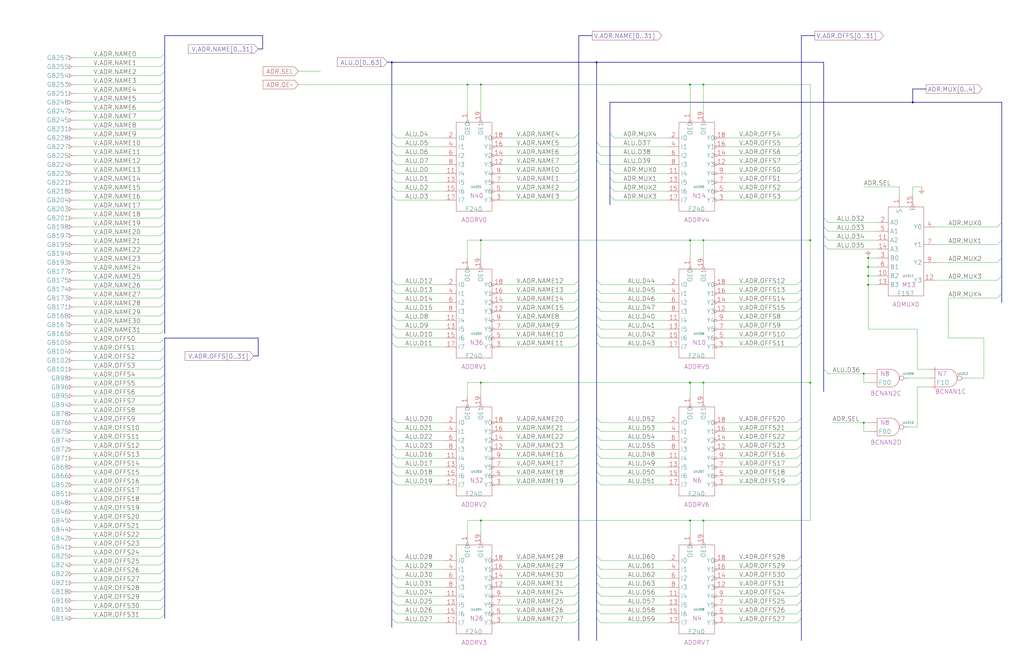
<source format=kicad_sch>
(kicad_sch (version 20250114) (generator "eeschema") (generator_version "9.0")
  (paper "User" 584.2 378.46)
  (title_block (title "ADDRESS BUS DRIVER") (date "22-MAR-90") (rev "1.0") (comment 1 "VALUE") (comment 2 "232-003063") (comment 3 "S400") (comment 4 "RELEASED"))
  (junction (at 520.7 58.42))
  (junction (at 274.32 218.44))
  (junction (at 393.7 218.44))
  (junction (at 393.7 297.18))
  (junction (at 274.32 297.18))
  (junction (at 401.32 218.44))
  (junction (at 492.76 213.36))
  (junction (at 495.3 157.48))
  (junction (at 223.52 35.56))
  (junction (at 401.32 297.18))
  (junction (at 401.32 48.26))
  (junction (at 495.3 147.32))
  (junction (at 492.76 241.3))
  (junction (at 393.7 137.16))
  (junction (at 266.7 48.26))
  (junction (at 462.28 218.44))
  (junction (at 393.7 48.26))
  (junction (at 495.3 152.4))
  (junction (at 401.32 137.16))
  (junction (at 340.36 35.56))
  (junction (at 462.28 137.16))
  (junction (at 274.32 137.16))
  (junction (at 495.3 162.56))
  (junction (at 274.32 48.26))
  (bus_entry (at 330.2 170.18) (size -2.54 2.54))
  (bus_entry (at 223.52 264.16) (size 2.54 2.54))
  (bus_entry (at 223.52 106.68) (size 2.54 2.54))
  (bus_entry (at 93.98 299.72) (size -2.54 2.54))
  (bus_entry (at 330.2 81.28) (size -2.54 2.54))
  (bus_entry (at 93.98 137.16) (size -2.54 2.54))
  (bus_entry (at 340.36 269.24) (size 2.54 2.54))
  (bus_entry (at 93.98 203.2) (size -2.54 2.54))
  (bus_entry (at 93.98 325.12) (size -2.54 2.54))
  (bus_entry (at 340.36 342.9) (size 2.54 2.54))
  (bus_entry (at 330.2 342.9) (size -2.54 2.54))
  (bus_entry (at 93.98 121.92) (size -2.54 2.54))
  (bus_entry (at 330.2 332.74) (size -2.54 2.54))
  (bus_entry (at 223.52 180.34) (size 2.54 2.54))
  (bus_entry (at 340.36 274.32) (size 2.54 2.54))
  (bus_entry (at 93.98 60.96) (size -2.54 2.54))
  (bus_entry (at 457.2 101.6) (size -2.54 2.54))
  (bus_entry (at 340.36 170.18) (size 2.54 2.54))
  (bus_entry (at 93.98 314.96) (size -2.54 2.54))
  (bus_entry (at 340.36 175.26) (size 2.54 2.54))
  (bus_entry (at 330.2 175.26) (size -2.54 2.54))
  (bus_entry (at 93.98 55.88) (size -2.54 2.54))
  (bus_entry (at 457.2 195.58) (size -2.54 2.54))
  (bus_entry (at 330.2 180.34) (size -2.54 2.54))
  (bus_entry (at 347.98 101.6) (size 2.54 2.54))
  (bus_entry (at 340.36 185.42) (size 2.54 2.54))
  (bus_entry (at 223.52 347.98) (size 2.54 2.54))
  (bus_entry (at 93.98 243.84) (size -2.54 2.54))
  (bus_entry (at 93.98 172.72) (size -2.54 2.54))
  (bus_entry (at 340.36 165.1) (size 2.54 2.54))
  (bus_entry (at 223.52 111.76) (size 2.54 2.54))
  (bus_entry (at 93.98 284.48) (size -2.54 2.54))
  (bus_entry (at 93.98 116.84) (size -2.54 2.54))
  (bus_entry (at 457.2 160.02) (size -2.54 2.54))
  (bus_entry (at 93.98 350.52) (size -2.54 2.54))
  (bus_entry (at 330.2 86.36) (size -2.54 2.54))
  (bus_entry (at 223.52 317.5) (size 2.54 2.54))
  (bus_entry (at 330.2 96.52) (size -2.54 2.54))
  (bus_entry (at 93.98 223.52) (size -2.54 2.54))
  (bus_entry (at 223.52 274.32) (size 2.54 2.54))
  (bus_entry (at 457.2 264.16) (size -2.54 2.54))
  (bus_entry (at 93.98 330.2) (size -2.54 2.54))
  (bus_entry (at 93.98 177.8) (size -2.54 2.54))
  (bus_entry (at 457.2 81.28) (size -2.54 2.54))
  (bus_entry (at 571.5 137.16) (size -2.54 2.54))
  (bus_entry (at 93.98 111.76) (size -2.54 2.54))
  (bus_entry (at 347.98 106.68) (size 2.54 2.54))
  (bus_entry (at 93.98 50.8) (size -2.54 2.54))
  (bus_entry (at 330.2 91.44) (size -2.54 2.54))
  (bus_entry (at 457.2 238.76) (size -2.54 2.54))
  (bus_entry (at 340.36 81.28) (size 2.54 2.54))
  (bus_entry (at 457.2 96.52) (size -2.54 2.54))
  (bus_entry (at 93.98 259.08) (size -2.54 2.54))
  (bus_entry (at 223.52 195.58) (size 2.54 2.54))
  (bus_entry (at 330.2 195.58) (size -2.54 2.54))
  (bus_entry (at 93.98 147.32) (size -2.54 2.54))
  (bus_entry (at 330.2 76.2) (size -2.54 2.54))
  (bus_entry (at 330.2 274.32) (size -2.54 2.54))
  (bus_entry (at 223.52 342.9) (size 2.54 2.54))
  (bus_entry (at 223.52 86.36) (size 2.54 2.54))
  (bus_entry (at 223.52 322.58) (size 2.54 2.54))
  (bus_entry (at 330.2 322.58) (size -2.54 2.54))
  (bus_entry (at 93.98 132.08) (size -2.54 2.54))
  (bus_entry (at 93.98 254) (size -2.54 2.54))
  (bus_entry (at 457.2 190.5) (size -2.54 2.54))
  (bus_entry (at 340.36 327.66) (size 2.54 2.54))
  (bus_entry (at 223.52 170.18) (size 2.54 2.54))
  (bus_entry (at 330.2 165.1) (size -2.54 2.54))
  (bus_entry (at 93.98 35.56) (size -2.54 2.54))
  (bus_entry (at 340.36 337.82) (size 2.54 2.54))
  (bus_entry (at 93.98 340.36) (size -2.54 2.54))
  (bus_entry (at 93.98 309.88) (size -2.54 2.54))
  (bus_entry (at 457.2 254) (size -2.54 2.54))
  (bus_entry (at 223.52 81.28) (size 2.54 2.54))
  (bus_entry (at 93.98 208.28) (size -2.54 2.54))
  (bus_entry (at 571.5 147.32) (size -2.54 2.54))
  (bus_entry (at 223.52 91.44) (size 2.54 2.54))
  (bus_entry (at 93.98 228.6) (size -2.54 2.54))
  (bus_entry (at 457.2 185.42) (size -2.54 2.54))
  (bus_entry (at 469.9 129.54) (size 2.54 2.54))
  (bus_entry (at 340.36 264.16) (size 2.54 2.54))
  (bus_entry (at 457.2 259.08) (size -2.54 2.54))
  (bus_entry (at 93.98 345.44) (size -2.54 2.54))
  (bus_entry (at 340.36 243.84) (size 2.54 2.54))
  (bus_entry (at 93.98 248.92) (size -2.54 2.54))
  (bus_entry (at 347.98 76.2) (size 2.54 2.54))
  (bus_entry (at 223.52 353.06) (size 2.54 2.54))
  (bus_entry (at 93.98 289.56) (size -2.54 2.54))
  (bus_entry (at 347.98 96.52) (size 2.54 2.54))
  (bus_entry (at 457.2 317.5) (size -2.54 2.54))
  (bus_entry (at 93.98 40.64) (size -2.54 2.54))
  (bus_entry (at 457.2 342.9) (size -2.54 2.54))
  (bus_entry (at 93.98 45.72) (size -2.54 2.54))
  (bus_entry (at 93.98 96.52) (size -2.54 2.54))
  (bus_entry (at 93.98 167.64) (size -2.54 2.54))
  (bus_entry (at 457.2 170.18) (size -2.54 2.54))
  (bus_entry (at 93.98 81.28) (size -2.54 2.54))
  (bus_entry (at 223.52 243.84) (size 2.54 2.54))
  (bus_entry (at 223.52 101.6) (size 2.54 2.54))
  (bus_entry (at 571.5 127) (size -2.54 2.54))
  (bus_entry (at 457.2 248.92) (size -2.54 2.54))
  (bus_entry (at 457.2 274.32) (size -2.54 2.54))
  (bus_entry (at 93.98 264.16) (size -2.54 2.54))
  (bus_entry (at 93.98 269.24) (size -2.54 2.54))
  (bus_entry (at 457.2 180.34) (size -2.54 2.54))
  (bus_entry (at 330.2 190.5) (size -2.54 2.54))
  (bus_entry (at 330.2 185.42) (size -2.54 2.54))
  (bus_entry (at 93.98 279.4) (size -2.54 2.54))
  (bus_entry (at 340.36 190.5) (size 2.54 2.54))
  (bus_entry (at 340.36 353.06) (size 2.54 2.54))
  (bus_entry (at 93.98 304.8) (size -2.54 2.54))
  (bus_entry (at 330.2 111.76) (size -2.54 2.54))
  (bus_entry (at 330.2 337.82) (size -2.54 2.54))
  (bus_entry (at 457.2 106.68) (size -2.54 2.54))
  (bus_entry (at 93.98 233.68) (size -2.54 2.54))
  (bus_entry (at 571.5 157.48) (size -2.54 2.54))
  (bus_entry (at 223.52 337.82) (size 2.54 2.54))
  (bus_entry (at 223.52 165.1) (size 2.54 2.54))
  (bus_entry (at 340.36 347.98) (size 2.54 2.54))
  (bus_entry (at 93.98 274.32) (size -2.54 2.54))
  (bus_entry (at 330.2 101.6) (size -2.54 2.54))
  (bus_entry (at 571.5 167.64) (size -2.54 2.54))
  (bus_entry (at 340.36 86.36) (size 2.54 2.54))
  (bus_entry (at 340.36 238.76) (size 2.54 2.54))
  (bus_entry (at 223.52 327.66) (size 2.54 2.54))
  (bus_entry (at 93.98 238.76) (size -2.54 2.54))
  (bus_entry (at 93.98 182.88) (size -2.54 2.54))
  (bus_entry (at 457.2 86.36) (size -2.54 2.54))
  (bus_entry (at 457.2 322.58) (size -2.54 2.54))
  (bus_entry (at 93.98 294.64) (size -2.54 2.54))
  (bus_entry (at 340.36 195.58) (size 2.54 2.54))
  (bus_entry (at 457.2 243.84) (size -2.54 2.54))
  (bus_entry (at 93.98 71.12) (size -2.54 2.54))
  (bus_entry (at 330.2 269.24) (size -2.54 2.54))
  (bus_entry (at 469.9 139.7) (size 2.54 2.54))
  (bus_entry (at 223.52 76.2) (size 2.54 2.54))
  (bus_entry (at 330.2 248.92) (size -2.54 2.54))
  (bus_entry (at 223.52 96.52) (size 2.54 2.54))
  (bus_entry (at 223.52 160.02) (size 2.54 2.54))
  (bus_entry (at 330.2 327.66) (size -2.54 2.54))
  (bus_entry (at 223.52 175.26) (size 2.54 2.54))
  (bus_entry (at 93.98 66.04) (size -2.54 2.54))
  (bus_entry (at 330.2 106.68) (size -2.54 2.54))
  (bus_entry (at 340.36 332.74) (size 2.54 2.54))
  (bus_entry (at 330.2 264.16) (size -2.54 2.54))
  (bus_entry (at 93.98 142.24) (size -2.54 2.54))
  (bus_entry (at 223.52 254) (size 2.54 2.54))
  (bus_entry (at 457.2 347.98) (size -2.54 2.54))
  (bus_entry (at 93.98 106.68) (size -2.54 2.54))
  (bus_entry (at 93.98 320.04) (size -2.54 2.54))
  (bus_entry (at 223.52 259.08) (size 2.54 2.54))
  (bus_entry (at 340.36 254) (size 2.54 2.54))
  (bus_entry (at 93.98 335.28) (size -2.54 2.54))
  (bus_entry (at 330.2 317.5) (size -2.54 2.54))
  (bus_entry (at 340.36 180.34) (size 2.54 2.54))
  (bus_entry (at 223.52 332.74) (size 2.54 2.54))
  (bus_entry (at 457.2 91.44) (size -2.54 2.54))
  (bus_entry (at 457.2 76.2) (size -2.54 2.54))
  (bus_entry (at 340.36 259.08) (size 2.54 2.54))
  (bus_entry (at 93.98 101.6) (size -2.54 2.54))
  (bus_entry (at 330.2 238.76) (size -2.54 2.54))
  (bus_entry (at 223.52 185.42) (size 2.54 2.54))
  (bus_entry (at 93.98 187.96) (size -2.54 2.54))
  (bus_entry (at 457.2 175.26) (size -2.54 2.54))
  (bus_entry (at 330.2 347.98) (size -2.54 2.54))
  (bus_entry (at 93.98 157.48) (size -2.54 2.54))
  (bus_entry (at 93.98 152.4) (size -2.54 2.54))
  (bus_entry (at 457.2 165.1) (size -2.54 2.54))
  (bus_entry (at 93.98 30.48) (size -2.54 2.54))
  (bus_entry (at 93.98 127) (size -2.54 2.54))
  (bus_entry (at 340.36 317.5) (size 2.54 2.54))
  (bus_entry (at 457.2 327.66) (size -2.54 2.54))
  (bus_entry (at 469.9 134.62) (size 2.54 2.54))
  (bus_entry (at 457.2 111.76) (size -2.54 2.54))
  (bus_entry (at 469.9 210.82) (size 2.54 2.54))
  (bus_entry (at 330.2 254) (size -2.54 2.54))
  (bus_entry (at 330.2 160.02) (size -2.54 2.54))
  (bus_entry (at 330.2 353.06) (size -2.54 2.54))
  (bus_entry (at 93.98 218.44) (size -2.54 2.54))
  (bus_entry (at 93.98 198.12) (size -2.54 2.54))
  (bus_entry (at 93.98 76.2) (size -2.54 2.54))
  (bus_entry (at 457.2 332.74) (size -2.54 2.54))
  (bus_entry (at 223.52 248.92) (size 2.54 2.54))
  (bus_entry (at 93.98 193.04) (size -2.54 2.54))
  (bus_entry (at 340.36 248.92) (size 2.54 2.54))
  (bus_entry (at 340.36 160.02) (size 2.54 2.54))
  (bus_entry (at 457.2 337.82) (size -2.54 2.54))
  (bus_entry (at 223.52 190.5) (size 2.54 2.54))
  (bus_entry (at 340.36 322.58) (size 2.54 2.54))
  (bus_entry (at 93.98 162.56) (size -2.54 2.54))
  (bus_entry (at 469.9 124.46) (size 2.54 2.54))
  (bus_entry (at 330.2 259.08) (size -2.54 2.54))
  (bus_entry (at 330.2 243.84) (size -2.54 2.54))
  (bus_entry (at 93.98 91.44) (size -2.54 2.54))
  (bus_entry (at 340.36 91.44) (size 2.54 2.54))
  (bus_entry (at 223.52 238.76) (size 2.54 2.54))
  (bus_entry (at 457.2 269.24) (size -2.54 2.54))
  (bus_entry (at 93.98 86.36) (size -2.54 2.54))
  (bus_entry (at 223.52 269.24) (size 2.54 2.54))
  (bus_entry (at 457.2 353.06) (size -2.54 2.54))
  (bus_entry (at 347.98 111.76) (size 2.54 2.54))
  (bus_entry (at 93.98 213.36) (size -2.54 2.54))
  (wire (pts (xy 393.7 297.18) (xy 274.32 297.18)))
  (bus (pts (xy 330.2 185.42) (xy 330.2 190.5)))
  (bus (pts (xy 93.98 86.36) (xy 93.98 91.44)))
  (bus (pts (xy 223.52 195.58) (xy 223.52 238.76)))
  (bus (pts (xy 223.52 337.82) (xy 223.52 342.9)))
  (wire (pts (xy 226.06 114.3) (xy 254 114.3)))
  (wire (pts (xy 401.32 48.26) (xy 401.32 63.5)))
  (bus (pts (xy 223.52 35.56) (xy 223.52 76.2)))
  (bus (pts (xy 223.52 243.84) (xy 223.52 248.92)))
  (bus (pts (xy 340.36 170.18) (xy 340.36 175.26)))
  (wire (pts (xy 226.06 187.96) (xy 254 187.96)))
  (wire (pts (xy 287.02 266.7) (xy 327.66 266.7)))
  (wire (pts (xy 414.02 109.22) (xy 454.66 109.22)))
  (wire (pts (xy 342.9 177.8) (xy 381 177.8)))
  (wire (pts (xy 274.32 218.44) (xy 274.32 226.06)))
  (wire (pts (xy 530.86 220.98) (xy 523.24 220.98)))
  (bus (pts (xy 223.52 317.5) (xy 223.52 322.58)))
  (bus (pts (xy 223.52 35.56) (xy 340.36 35.56)))
  (bus (pts (xy 93.98 345.44) (xy 93.98 350.52)))
  (bus (pts (xy 340.36 332.74) (xy 340.36 337.82)))
  (bus (pts (xy 93.98 299.72) (xy 93.98 304.8)))
  (bus (pts (xy 571.5 137.16) (xy 571.5 147.32)))
  (wire (pts (xy 287.02 167.64) (xy 327.66 167.64)))
  (wire (pts (xy 287.02 83.82) (xy 327.66 83.82)))
  (bus (pts (xy 457.2 342.9) (xy 457.2 347.98)))
  (bus (pts (xy 330.2 269.24) (xy 330.2 274.32)))
  (wire (pts (xy 43.18 353.06) (xy 91.44 353.06)))
  (wire (pts (xy 226.06 162.56) (xy 254 162.56)))
  (bus (pts (xy 93.98 269.24) (xy 93.98 274.32)))
  (bus (pts (xy 457.2 106.68) (xy 457.2 111.76)))
  (wire (pts (xy 495.3 162.56) (xy 500.38 162.56)))
  (wire (pts (xy 342.9 330.2) (xy 381 330.2)))
  (wire (pts (xy 43.18 241.3) (xy 91.44 241.3)))
  (wire (pts (xy 274.32 218.44) (xy 393.7 218.44)))
  (wire (pts (xy 226.06 335.28) (xy 254 335.28)))
  (bus (pts (xy 469.9 35.56) (xy 469.9 124.46)))
  (wire (pts (xy 342.9 340.36) (xy 381 340.36)))
  (bus (pts (xy 223.52 170.18) (xy 223.52 175.26)))
  (bus (pts (xy 457.2 264.16) (xy 457.2 269.24)))
  (wire (pts (xy 43.18 292.1) (xy 91.44 292.1)))
  (bus (pts (xy 93.98 111.76) (xy 93.98 116.84)))
  (bus (pts (xy 571.5 167.64) (xy 571.5 172.72)))
  (wire (pts (xy 350.52 104.14) (xy 381 104.14)))
  (bus (pts (xy 144.78 203.2) (xy 147.32 203.2)))
  (bus (pts (xy 340.36 238.76) (xy 340.36 243.84)))
  (wire (pts (xy 43.18 68.58) (xy 91.44 68.58)))
  (wire (pts (xy 287.02 182.88) (xy 327.66 182.88)))
  (wire (pts (xy 533.4 160.02) (xy 568.96 160.02)))
  (wire (pts (xy 43.18 134.62) (xy 91.44 134.62)))
  (wire (pts (xy 533.4 149.86) (xy 568.96 149.86)))
  (wire (pts (xy 287.02 345.44) (xy 327.66 345.44)))
  (bus (pts (xy 223.52 185.42) (xy 223.52 190.5)))
  (bus (pts (xy 330.2 96.52) (xy 330.2 101.6)))
  (bus (pts (xy 93.98 254) (xy 93.98 259.08)))
  (wire (pts (xy 266.7 297.18) (xy 266.7 304.8)))
  (bus (pts (xy 347.98 106.68) (xy 347.98 111.76)))
  (wire (pts (xy 226.06 172.72) (xy 254 172.72)))
  (wire (pts (xy 226.06 99.06) (xy 254 99.06)))
  (wire (pts (xy 226.06 261.62) (xy 254 261.62)))
  (bus (pts (xy 571.5 157.48) (xy 571.5 167.64)))
  (wire (pts (xy 287.02 261.62) (xy 327.66 261.62)))
  (wire (pts (xy 495.3 157.48) (xy 500.38 157.48)))
  (bus (pts (xy 93.98 91.44) (xy 93.98 96.52)))
  (bus (pts (xy 457.2 317.5) (xy 457.2 322.58)))
  (wire (pts (xy 520.7 111.76) (xy 520.7 106.68)))
  (bus (pts (xy 330.2 274.32) (xy 330.2 317.5)))
  (bus (pts (xy 347.98 101.6) (xy 347.98 106.68)))
  (wire (pts (xy 43.18 281.94) (xy 91.44 281.94)))
  (wire (pts (xy 274.32 137.16) (xy 274.32 147.32)))
  (wire (pts (xy 523.24 210.82) (xy 523.24 187.96)))
  (bus (pts (xy 93.98 167.64) (xy 93.98 172.72)))
  (bus (pts (xy 330.2 190.5) (xy 330.2 195.58)))
  (wire (pts (xy 287.02 271.78) (xy 327.66 271.78)))
  (bus (pts (xy 340.36 175.26) (xy 340.36 180.34)))
  (wire (pts (xy 342.9 350.52) (xy 381 350.52)))
  (wire (pts (xy 287.02 193.04) (xy 327.66 193.04)))
  (wire (pts (xy 414.02 261.62) (xy 454.66 261.62)))
  (wire (pts (xy 414.02 177.8) (xy 454.66 177.8)))
  (bus (pts (xy 93.98 289.56) (xy 93.98 294.64)))
  (wire (pts (xy 401.32 48.26) (xy 462.28 48.26)))
  (wire (pts (xy 43.18 226.06) (xy 91.44 226.06)))
  (wire (pts (xy 43.18 327.66) (xy 91.44 327.66)))
  (bus (pts (xy 93.98 162.56) (xy 93.98 167.64)))
  (wire (pts (xy 401.32 137.16) (xy 401.32 147.32)))
  (wire (pts (xy 274.32 297.18) (xy 274.32 304.8)))
  (bus (pts (xy 457.2 347.98) (xy 457.2 353.06)))
  (bus (pts (xy 340.36 342.9) (xy 340.36 347.98)))
  (wire (pts (xy 226.06 109.22) (xy 254 109.22)))
  (bus (pts (xy 330.2 322.58) (xy 330.2 327.66)))
  (wire (pts (xy 266.7 137.16) (xy 274.32 137.16)))
  (bus (pts (xy 330.2 180.34) (xy 330.2 185.42)))
  (bus (pts (xy 223.52 106.68) (xy 223.52 111.76)))
  (wire (pts (xy 523.24 243.84) (xy 518.16 243.84)))
  (wire (pts (xy 414.02 172.72) (xy 454.66 172.72)))
  (bus (pts (xy 347.98 58.42) (xy 347.98 76.2)))
  (wire (pts (xy 226.06 276.86) (xy 254 276.86)))
  (bus (pts (xy 340.36 327.66) (xy 340.36 332.74)))
  (bus (pts (xy 223.52 264.16) (xy 223.52 269.24)))
  (bus (pts (xy 93.98 45.72) (xy 93.98 50.8)))
  (wire (pts (xy 43.18 139.7) (xy 91.44 139.7)))
  (wire (pts (xy 472.44 132.08) (xy 500.38 132.08)))
  (bus (pts (xy 571.5 58.42) (xy 571.5 127)))
  (bus (pts (xy 93.98 243.84) (xy 93.98 248.92)))
  (wire (pts (xy 414.02 241.3) (xy 454.66 241.3)))
  (bus (pts (xy 330.2 254) (xy 330.2 259.08)))
  (wire (pts (xy 414.02 335.28) (xy 454.66 335.28)))
  (wire (pts (xy 393.7 218.44) (xy 393.7 226.06)))
  (bus (pts (xy 457.2 20.32) (xy 457.2 76.2)))
  (bus (pts (xy 220.98 35.56) (xy 223.52 35.56)))
  (wire (pts (xy 170.18 48.26) (xy 266.7 48.26)))
  (wire (pts (xy 43.18 73.66) (xy 91.44 73.66)))
  (bus (pts (xy 340.36 81.28) (xy 340.36 86.36)))
  (bus (pts (xy 93.98 50.8) (xy 93.98 55.88)))
  (wire (pts (xy 226.06 177.8) (xy 254 177.8)))
  (wire (pts (xy 43.18 251.46) (xy 91.44 251.46)))
  (bus (pts (xy 330.2 243.84) (xy 330.2 248.92)))
  (wire (pts (xy 342.9 172.72) (xy 381 172.72)))
  (wire (pts (xy 226.06 355.6) (xy 254 355.6)))
  (bus (pts (xy 330.2 337.82) (xy 330.2 342.9)))
  (bus (pts (xy 457.2 185.42) (xy 457.2 190.5)))
  (wire (pts (xy 342.9 261.62) (xy 381 261.62)))
  (wire (pts (xy 43.18 210.82) (xy 91.44 210.82)))
  (wire (pts (xy 43.18 78.74) (xy 91.44 78.74)))
  (wire (pts (xy 495.3 162.56) (xy 495.3 157.48)))
  (bus (pts (xy 340.36 185.42) (xy 340.36 190.5)))
  (bus (pts (xy 223.52 96.52) (xy 223.52 101.6)))
  (wire (pts (xy 43.18 63.5) (xy 91.44 63.5)))
  (wire (pts (xy 541.02 170.18) (xy 568.96 170.18)))
  (bus (pts (xy 457.2 96.52) (xy 457.2 101.6)))
  (wire (pts (xy 226.06 271.78) (xy 254 271.78)))
  (wire (pts (xy 513.08 106.68) (xy 513.08 111.76)))
  (wire (pts (xy 287.02 330.2) (xy 327.66 330.2)))
  (wire (pts (xy 393.7 48.26) (xy 401.32 48.26)))
  (bus (pts (xy 93.98 66.04) (xy 93.98 71.12)))
  (wire (pts (xy 401.32 297.18) (xy 401.32 304.8)))
  (wire (pts (xy 43.18 261.62) (xy 91.44 261.62)))
  (wire (pts (xy 226.06 104.14) (xy 254 104.14)))
  (wire (pts (xy 287.02 241.3) (xy 327.66 241.3)))
  (wire (pts (xy 43.18 33.02) (xy 91.44 33.02)))
  (wire (pts (xy 401.32 218.44) (xy 401.32 226.06)))
  (wire (pts (xy 43.18 53.34) (xy 91.44 53.34)))
  (wire (pts (xy 226.06 83.82) (xy 254 83.82)))
  (bus (pts (xy 330.2 76.2) (xy 330.2 81.28)))
  (wire (pts (xy 43.18 312.42) (xy 91.44 312.42)))
  (wire (pts (xy 287.02 177.8) (xy 327.66 177.8)))
  (wire (pts (xy 342.9 83.82) (xy 381 83.82)))
  (bus (pts (xy 223.52 165.1) (xy 223.52 170.18)))
  (wire (pts (xy 342.9 88.9) (xy 381 88.9)))
  (wire (pts (xy 287.02 325.12) (xy 327.66 325.12)))
  (wire (pts (xy 43.18 38.1) (xy 91.44 38.1)))
  (wire (pts (xy 226.06 256.54) (xy 254 256.54)))
  (wire (pts (xy 43.18 287.02) (xy 91.44 287.02)))
  (bus (pts (xy 457.2 111.76) (xy 457.2 160.02)))
  (wire (pts (xy 287.02 256.54) (xy 327.66 256.54)))
  (bus (pts (xy 340.36 35.56) (xy 340.36 81.28)))
  (wire (pts (xy 342.9 193.04) (xy 381 193.04)))
  (bus (pts (xy 469.9 124.46) (xy 469.9 129.54)))
  (wire (pts (xy 342.9 246.38) (xy 381 246.38)))
  (wire (pts (xy 226.06 246.38) (xy 254 246.38)))
  (wire (pts (xy 43.18 342.9) (xy 91.44 342.9)))
  (bus (pts (xy 93.98 340.36) (xy 93.98 345.44)))
  (bus (pts (xy 223.52 327.66) (xy 223.52 332.74)))
  (bus (pts (xy 457.2 180.34) (xy 457.2 185.42)))
  (bus (pts (xy 93.98 259.08) (xy 93.98 264.16)))
  (wire (pts (xy 43.18 124.46) (xy 91.44 124.46)))
  (bus (pts (xy 469.9 139.7) (xy 469.9 210.82)))
  (bus (pts (xy 149.86 27.94) (xy 149.86 20.32)))
  (wire (pts (xy 492.76 106.68) (xy 513.08 106.68)))
  (bus (pts (xy 93.98 182.88) (xy 93.98 187.96)))
  (bus (pts (xy 330.2 20.32) (xy 330.2 76.2)))
  (bus (pts (xy 93.98 320.04) (xy 93.98 325.12)))
  (bus (pts (xy 457.2 238.76) (xy 457.2 243.84)))
  (bus (pts (xy 457.2 165.1) (xy 457.2 170.18)))
  (bus (pts (xy 223.52 190.5) (xy 223.52 195.58)))
  (bus (pts (xy 330.2 160.02) (xy 330.2 165.1)))
  (wire (pts (xy 495.3 152.4) (xy 500.38 152.4)))
  (wire (pts (xy 43.18 322.58) (xy 91.44 322.58)))
  (wire (pts (xy 414.02 330.2) (xy 454.66 330.2)))
  (wire (pts (xy 414.02 88.9) (xy 454.66 88.9)))
  (bus (pts (xy 457.2 274.32) (xy 457.2 317.5)))
  (wire (pts (xy 414.02 99.06) (xy 454.66 99.06)))
  (wire (pts (xy 43.18 205.74) (xy 91.44 205.74)))
  (bus (pts (xy 457.2 259.08) (xy 457.2 264.16)))
  (wire (pts (xy 287.02 93.98) (xy 327.66 93.98)))
  (wire (pts (xy 43.18 195.58) (xy 91.44 195.58)))
  (bus (pts (xy 340.36 190.5) (xy 340.36 195.58)))
  (wire (pts (xy 342.9 325.12) (xy 381 325.12)))
  (wire (pts (xy 266.7 218.44) (xy 266.7 226.06)))
  (wire (pts (xy 43.18 220.98) (xy 91.44 220.98)))
  (bus (pts (xy 571.5 127) (xy 571.5 137.16)))
  (wire (pts (xy 43.18 114.3) (xy 91.44 114.3)))
  (bus (pts (xy 330.2 91.44) (xy 330.2 96.52)))
  (wire (pts (xy 342.9 271.78) (xy 381 271.78)))
  (bus (pts (xy 93.98 248.92) (xy 93.98 254)))
  (wire (pts (xy 43.18 236.22) (xy 91.44 236.22)))
  (wire (pts (xy 523.24 220.98) (xy 523.24 243.84)))
  (wire (pts (xy 266.7 218.44) (xy 274.32 218.44)))
  (bus (pts (xy 223.52 101.6) (xy 223.52 106.68)))
  (wire (pts (xy 523.24 187.96) (xy 495.3 187.96)))
  (wire (pts (xy 472.44 127) (xy 500.38 127)))
  (bus (pts (xy 340.36 35.56) (xy 469.9 35.56)))
  (wire (pts (xy 287.02 320.04) (xy 327.66 320.04)))
  (bus (pts (xy 223.52 248.92) (xy 223.52 254)))
  (bus (pts (xy 93.98 35.56) (xy 93.98 40.64)))
  (wire (pts (xy 43.18 154.94) (xy 91.44 154.94)))
  (wire (pts (xy 226.06 251.46) (xy 254 251.46)))
  (wire (pts (xy 401.32 218.44) (xy 462.28 218.44)))
  (wire (pts (xy 226.06 350.52) (xy 254 350.52)))
  (wire (pts (xy 226.06 193.04) (xy 254 193.04)))
  (bus (pts (xy 330.2 238.76) (xy 330.2 243.84)))
  (wire (pts (xy 43.18 43.18) (xy 91.44 43.18)))
  (bus (pts (xy 457.2 20.32) (xy 464.82 20.32)))
  (wire (pts (xy 342.9 276.86) (xy 381 276.86)))
  (wire (pts (xy 226.06 345.44) (xy 254 345.44)))
  (wire (pts (xy 414.02 271.78) (xy 454.66 271.78)))
  (wire (pts (xy 495.3 152.4) (xy 495.3 147.32)))
  (wire (pts (xy 274.32 297.18) (xy 266.7 297.18)))
  (wire (pts (xy 393.7 137.16) (xy 393.7 147.32)))
  (wire (pts (xy 43.18 276.86) (xy 91.44 276.86)))
  (wire (pts (xy 43.18 170.18) (xy 91.44 170.18)))
  (wire (pts (xy 287.02 340.36) (xy 327.66 340.36)))
  (wire (pts (xy 287.02 78.74) (xy 327.66 78.74)))
  (wire (pts (xy 43.18 307.34) (xy 91.44 307.34)))
  (bus (pts (xy 93.98 71.12) (xy 93.98 76.2)))
  (bus (pts (xy 223.52 332.74) (xy 223.52 337.82)))
  (wire (pts (xy 414.02 345.44) (xy 454.66 345.44)))
  (bus (pts (xy 93.98 309.88) (xy 93.98 314.96)))
  (wire (pts (xy 43.18 149.86) (xy 91.44 149.86)))
  (bus (pts (xy 93.98 157.48) (xy 93.98 162.56)))
  (wire (pts (xy 414.02 162.56) (xy 454.66 162.56)))
  (bus (pts (xy 93.98 304.8) (xy 93.98 309.88)))
  (wire (pts (xy 43.18 200.66) (xy 91.44 200.66)))
  (bus (pts (xy 93.98 203.2) (xy 93.98 208.28)))
  (bus (pts (xy 330.2 259.08) (xy 330.2 264.16)))
  (wire (pts (xy 287.02 355.6) (xy 327.66 355.6)))
  (wire (pts (xy 287.02 88.9) (xy 327.66 88.9)))
  (bus (pts (xy 93.98 233.68) (xy 93.98 238.76)))
  (wire (pts (xy 43.18 119.38) (xy 91.44 119.38)))
  (bus (pts (xy 93.98 177.8) (xy 93.98 182.88)))
  (bus (pts (xy 457.2 91.44) (xy 457.2 96.52)))
  (bus (pts (xy 330.2 317.5) (xy 330.2 322.58)))
  (wire (pts (xy 561.34 215.9) (xy 551.18 215.9)))
  (bus (pts (xy 93.98 55.88) (xy 93.98 60.96)))
  (wire (pts (xy 43.18 317.5) (xy 91.44 317.5)))
  (wire (pts (xy 226.06 78.74) (xy 254 78.74)))
  (bus (pts (xy 457.2 327.66) (xy 457.2 332.74)))
  (bus (pts (xy 340.36 165.1) (xy 340.36 170.18)))
  (wire (pts (xy 342.9 335.28) (xy 381 335.28)))
  (wire (pts (xy 414.02 325.12) (xy 454.66 325.12)))
  (bus (pts (xy 223.52 347.98) (xy 223.52 353.06)))
  (wire (pts (xy 266.7 48.26) (xy 274.32 48.26)))
  (wire (pts (xy 226.06 320.04) (xy 254 320.04)))
  (wire (pts (xy 342.9 320.04) (xy 381 320.04)))
  (wire (pts (xy 43.18 48.26) (xy 91.44 48.26)))
  (wire (pts (xy 287.02 198.12) (xy 327.66 198.12)))
  (wire (pts (xy 43.18 129.54) (xy 91.44 129.54)))
  (bus (pts (xy 93.98 213.36) (xy 93.98 218.44)))
  (wire (pts (xy 414.02 193.04) (xy 454.66 193.04)))
  (bus (pts (xy 330.2 332.74) (xy 330.2 337.82)))
  (bus (pts (xy 340.36 91.44) (xy 340.36 160.02)))
  (bus (pts (xy 340.36 337.82) (xy 340.36 342.9)))
  (bus (pts (xy 330.2 175.26) (xy 330.2 180.34)))
  (wire (pts (xy 533.4 139.7) (xy 568.96 139.7)))
  (bus (pts (xy 457.2 269.24) (xy 457.2 274.32)))
  (wire (pts (xy 414.02 93.98) (xy 454.66 93.98)))
  (wire (pts (xy 541.02 170.18) (xy 541.02 193.04)))
  (bus (pts (xy 93.98 193.04) (xy 147.32 193.04)))
  (bus (pts (xy 93.98 187.96) (xy 93.98 190.5)))
  (wire (pts (xy 43.18 271.78) (xy 91.44 271.78)))
  (bus (pts (xy 223.52 238.76) (xy 223.52 243.84)))
  (wire (pts (xy 350.52 78.74) (xy 381 78.74)))
  (wire (pts (xy 43.18 160.02) (xy 91.44 160.02)))
  (bus (pts (xy 340.36 160.02) (xy 340.36 165.1)))
  (wire (pts (xy 342.9 198.12) (xy 381 198.12)))
  (wire (pts (xy 43.18 297.18) (xy 91.44 297.18)))
  (wire (pts (xy 43.18 337.82) (xy 91.44 337.82)))
  (wire (pts (xy 43.18 93.98) (xy 91.44 93.98)))
  (wire (pts (xy 43.18 83.82) (xy 91.44 83.82)))
  (bus (pts (xy 93.98 228.6) (xy 93.98 233.68)))
  (bus (pts (xy 93.98 238.76) (xy 93.98 243.84)))
  (bus (pts (xy 223.52 180.34) (xy 223.52 185.42)))
  (bus (pts (xy 147.32 27.94) (xy 149.86 27.94)))
  (wire (pts (xy 414.02 340.36) (xy 454.66 340.36)))
  (wire (pts (xy 414.02 182.88) (xy 454.66 182.88)))
  (wire (pts (xy 43.18 185.42) (xy 91.44 185.42)))
  (bus (pts (xy 330.2 20.32) (xy 337.82 20.32)))
  (wire (pts (xy 226.06 93.98) (xy 254 93.98)))
  (wire (pts (xy 401.32 297.18) (xy 393.7 297.18)))
  (bus (pts (xy 340.36 180.34) (xy 340.36 185.42)))
  (wire (pts (xy 43.18 266.7) (xy 91.44 266.7)))
  (wire (pts (xy 474.98 241.3) (xy 492.76 241.3)))
  (bus (pts (xy 223.52 322.58) (xy 223.52 327.66)))
  (wire (pts (xy 287.02 99.06) (xy 327.66 99.06)))
  (wire (pts (xy 287.02 114.3) (xy 327.66 114.3)))
  (wire (pts (xy 414.02 114.3) (xy 454.66 114.3)))
  (bus (pts (xy 93.98 132.08) (xy 93.98 137.16)))
  (bus (pts (xy 457.2 160.02) (xy 457.2 165.1)))
  (bus (pts (xy 340.36 347.98) (xy 340.36 353.06)))
  (bus (pts (xy 457.2 86.36) (xy 457.2 91.44)))
  (wire (pts (xy 226.06 330.2) (xy 254 330.2)))
  (wire (pts (xy 492.76 213.36) (xy 495.3 213.36)))
  (bus (pts (xy 223.52 76.2) (xy 223.52 81.28)))
  (bus (pts (xy 340.36 86.36) (xy 340.36 91.44)))
  (wire (pts (xy 342.9 345.44) (xy 381 345.44)))
  (wire (pts (xy 43.18 109.22) (xy 91.44 109.22)))
  (bus (pts (xy 330.2 248.92) (xy 330.2 254)))
  (bus (pts (xy 93.98 96.52) (xy 93.98 101.6)))
  (wire (pts (xy 287.02 335.28) (xy 327.66 335.28)))
  (bus (pts (xy 330.2 81.28) (xy 330.2 86.36)))
  (wire (pts (xy 342.9 162.56) (xy 381 162.56)))
  (bus (pts (xy 93.98 127) (xy 93.98 132.08)))
  (bus (pts (xy 93.98 121.92) (xy 93.98 127)))
  (wire (pts (xy 462.28 218.44) (xy 462.28 297.18)))
  (bus (pts (xy 93.98 20.32) (xy 93.98 30.48)))
  (wire (pts (xy 393.7 137.16) (xy 401.32 137.16)))
  (bus (pts (xy 93.98 152.4) (xy 93.98 157.48)))
  (wire (pts (xy 226.06 266.7) (xy 254 266.7)))
  (bus (pts (xy 340.36 248.92) (xy 340.36 254)))
  (bus (pts (xy 93.98 264.16) (xy 93.98 269.24)))
  (wire (pts (xy 414.02 251.46) (xy 454.66 251.46)))
  (bus (pts (xy 340.36 317.5) (xy 340.36 322.58)))
  (wire (pts (xy 43.18 215.9) (xy 91.44 215.9)))
  (wire (pts (xy 266.7 48.26) (xy 266.7 63.5)))
  (bus (pts (xy 330.2 353.06) (xy 330.2 365.76)))
  (wire (pts (xy 43.18 256.54) (xy 91.44 256.54)))
  (bus (pts (xy 93.98 350.52) (xy 93.98 353.06)))
  (bus (pts (xy 223.52 160.02) (xy 223.52 165.1)))
  (wire (pts (xy 43.18 99.06) (xy 91.44 99.06)))
  (wire (pts (xy 287.02 109.22) (xy 327.66 109.22)))
  (bus (pts (xy 340.36 353.06) (xy 340.36 365.76)))
  (wire (pts (xy 342.9 241.3) (xy 381 241.3)))
  (wire (pts (xy 414.02 276.86) (xy 454.66 276.86)))
  (bus (pts (xy 330.2 347.98) (xy 330.2 353.06)))
  (wire (pts (xy 350.52 114.3) (xy 381 114.3)))
  (bus (pts (xy 469.9 210.82) (xy 469.9 223.52)))
  (wire (pts (xy 342.9 187.96) (xy 381 187.96)))
  (wire (pts (xy 342.9 251.46) (xy 381 251.46)))
  (wire (pts (xy 226.06 241.3) (xy 254 241.3)))
  (bus (pts (xy 93.98 279.4) (xy 93.98 284.48)))
  (bus (pts (xy 93.98 208.28) (xy 93.98 213.36)))
  (bus (pts (xy 330.2 106.68) (xy 330.2 111.76)))
  (bus (pts (xy 340.36 264.16) (xy 340.36 269.24)))
  (wire (pts (xy 170.18 40.64) (xy 182.88 40.64)))
  (wire (pts (xy 274.32 137.16) (xy 393.7 137.16)))
  (bus (pts (xy 223.52 175.26) (xy 223.52 180.34)))
  (wire (pts (xy 226.06 167.64) (xy 254 167.64)))
  (bus (pts (xy 93.98 147.32) (xy 93.98 152.4)))
  (wire (pts (xy 414.02 83.82) (xy 454.66 83.82)))
  (wire (pts (xy 414.02 104.14) (xy 454.66 104.14)))
  (bus (pts (xy 457.2 175.26) (xy 457.2 180.34)))
  (bus (pts (xy 93.98 330.2) (xy 93.98 335.28)))
  (wire (pts (xy 43.18 175.26) (xy 91.44 175.26)))
  (wire (pts (xy 266.7 137.16) (xy 266.7 147.32)))
  (wire (pts (xy 43.18 332.74) (xy 91.44 332.74)))
  (bus (pts (xy 223.52 81.28) (xy 223.52 86.36)))
  (wire (pts (xy 414.02 246.38) (xy 454.66 246.38)))
  (wire (pts (xy 414.02 320.04) (xy 454.66 320.04)))
  (wire (pts (xy 561.34 193.04) (xy 561.34 215.9)))
  (wire (pts (xy 287.02 350.52) (xy 327.66 350.52)))
  (wire (pts (xy 274.32 48.26) (xy 274.32 63.5)))
  (bus (pts (xy 223.52 342.9) (xy 223.52 347.98)))
  (bus (pts (xy 457.2 195.58) (xy 457.2 238.76)))
  (bus (pts (xy 347.98 111.76) (xy 347.98 116.84)))
  (wire (pts (xy 462.28 297.18) (xy 401.32 297.18)))
  (bus (pts (xy 93.98 81.28) (xy 93.98 86.36)))
  (bus (pts (xy 93.98 274.32) (xy 93.98 279.4)))
  (bus (pts (xy 223.52 86.36) (xy 223.52 91.44)))
  (wire (pts (xy 226.06 88.9) (xy 254 88.9)))
  (wire (pts (xy 414.02 198.12) (xy 454.66 198.12)))
  (wire (pts (xy 43.18 231.14) (xy 91.44 231.14)))
  (wire (pts (xy 393.7 218.44) (xy 401.32 218.44)))
  (wire (pts (xy 350.52 109.22) (xy 381 109.22)))
  (wire (pts (xy 401.32 137.16) (xy 462.28 137.16)))
  (wire (pts (xy 43.18 246.38) (xy 91.44 246.38)))
  (wire (pts (xy 393.7 48.26) (xy 393.7 63.5)))
  (wire (pts (xy 492.76 246.38) (xy 492.76 241.3)))
  (bus (pts (xy 93.98 294.64) (xy 93.98 299.72)))
  (wire (pts (xy 530.86 210.82) (xy 523.24 210.82)))
  (bus (pts (xy 330.2 327.66) (xy 330.2 332.74)))
  (wire (pts (xy 226.06 325.12) (xy 254 325.12)))
  (bus (pts (xy 223.52 111.76) (xy 223.52 160.02)))
  (wire (pts (xy 287.02 246.38) (xy 327.66 246.38)))
  (bus (pts (xy 330.2 101.6) (xy 330.2 106.68)))
  (bus (pts (xy 457.2 254) (xy 457.2 259.08)))
  (bus (pts (xy 93.98 314.96) (xy 93.98 320.04)))
  (bus (pts (xy 340.36 274.32) (xy 340.36 317.5)))
  (wire (pts (xy 43.18 302.26) (xy 91.44 302.26)))
  (bus (pts (xy 93.98 198.12) (xy 93.98 203.2)))
  (wire (pts (xy 495.3 246.38) (xy 492.76 246.38)))
  (wire (pts (xy 43.18 165.1) (xy 91.44 165.1)))
  (bus (pts (xy 571.5 58.42) (xy 520.7 58.42)))
  (bus (pts (xy 93.98 325.12) (xy 93.98 330.2)))
  (bus (pts (xy 340.36 269.24) (xy 340.36 274.32)))
  (bus (pts (xy 457.2 101.6) (xy 457.2 106.68)))
  (bus (pts (xy 223.52 91.44) (xy 223.52 96.52)))
  (wire (pts (xy 414.02 266.7) (xy 454.66 266.7)))
  (bus (pts (xy 469.9 134.62) (xy 469.9 139.7)))
  (wire (pts (xy 287.02 276.86) (xy 327.66 276.86)))
  (bus (pts (xy 330.2 111.76) (xy 330.2 160.02)))
  (wire (pts (xy 495.3 147.32) (xy 500.38 147.32)))
  (wire (pts (xy 414.02 256.54) (xy 454.66 256.54)))
  (wire (pts (xy 472.44 213.36) (xy 492.76 213.36)))
  (wire (pts (xy 462.28 137.16) (xy 462.28 218.44)))
  (wire (pts (xy 462.28 48.26) (xy 462.28 137.16)))
  (wire (pts (xy 43.18 88.9) (xy 91.44 88.9)))
  (bus (pts (xy 571.5 147.32) (xy 571.5 157.48)))
  (bus (pts (xy 330.2 165.1) (xy 330.2 170.18)))
  (bus (pts (xy 340.36 195.58) (xy 340.36 238.76)))
  (bus (pts (xy 457.2 190.5) (xy 457.2 195.58)))
  (wire (pts (xy 472.44 137.16) (xy 500.38 137.16)))
  (bus (pts (xy 93.98 335.28) (xy 93.98 340.36)))
  (wire (pts (xy 342.9 256.54) (xy 381 256.54)))
  (bus (pts (xy 93.98 20.32) (xy 149.86 20.32)))
  (bus (pts (xy 330.2 342.9) (xy 330.2 347.98)))
  (wire (pts (xy 287.02 172.72) (xy 327.66 172.72)))
  (wire (pts (xy 541.02 193.04) (xy 561.34 193.04)))
  (bus (pts (xy 223.52 274.32) (xy 223.52 317.5)))
  (bus (pts (xy 223.52 259.08) (xy 223.52 264.16)))
  (wire (pts (xy 226.06 340.36) (xy 254 340.36)))
  (bus (pts (xy 93.98 193.04) (xy 93.98 198.12)))
  (bus (pts (xy 330.2 170.18) (xy 330.2 175.26)))
  (bus (pts (xy 457.2 170.18) (xy 457.2 175.26)))
  (wire (pts (xy 342.9 182.88) (xy 381 182.88)))
  (bus (pts (xy 457.2 322.58) (xy 457.2 327.66)))
  (bus (pts (xy 457.2 337.82) (xy 457.2 342.9)))
  (bus (pts (xy 93.98 30.48) (xy 93.98 35.56)))
  (bus (pts (xy 147.32 203.2) (xy 147.32 193.04)))
  (bus (pts (xy 340.36 243.84) (xy 340.36 248.92)))
  (bus (pts (xy 93.98 284.48) (xy 93.98 289.56)))
  (wire (pts (xy 342.9 355.6) (xy 381 355.6)))
  (bus (pts (xy 457.2 332.74) (xy 457.2 337.82)))
  (wire (pts (xy 226.06 198.12) (xy 254 198.12)))
  (bus (pts (xy 457.2 76.2) (xy 457.2 81.28)))
  (wire (pts (xy 393.7 297.18) (xy 393.7 304.8)))
  (bus (pts (xy 340.36 259.08) (xy 340.36 264.16)))
  (bus (pts (xy 330.2 86.36) (xy 330.2 91.44)))
  (wire (pts (xy 533.4 129.54) (xy 568.96 129.54)))
  (bus (pts (xy 469.9 129.54) (xy 469.9 134.62)))
  (bus (pts (xy 223.52 353.06) (xy 223.52 358.14)))
  (bus (pts (xy 93.98 223.52) (xy 93.98 228.6)))
  (bus (pts (xy 528.32 50.8) (xy 520.7 50.8)))
  (bus (pts (xy 520.7 50.8) (xy 520.7 58.42)))
  (wire (pts (xy 43.18 180.34) (xy 91.44 180.34)))
  (wire (pts (xy 342.9 167.64) (xy 381 167.64)))
  (wire (pts (xy 342.9 93.98) (xy 381 93.98)))
  (bus (pts (xy 457.2 248.92) (xy 457.2 254)))
  (bus (pts (xy 520.7 58.42) (xy 347.98 58.42)))
  (wire (pts (xy 518.16 215.9) (xy 530.86 215.9)))
  (bus (pts (xy 93.98 137.16) (xy 93.98 142.24)))
  (bus (pts (xy 347.98 96.52) (xy 347.98 101.6)))
  (wire (pts (xy 495.3 218.44) (xy 492.76 218.44)))
  (wire (pts (xy 226.06 182.88) (xy 254 182.88)))
  (wire (pts (xy 43.18 104.14) (xy 91.44 104.14)))
  (bus (pts (xy 93.98 76.2) (xy 93.98 81.28)))
  (wire (pts (xy 495.3 187.96) (xy 495.3 162.56)))
  (bus (pts (xy 330.2 264.16) (xy 330.2 269.24)))
  (bus (pts (xy 93.98 101.6) (xy 93.98 106.68)))
  (wire (pts (xy 274.32 48.26) (xy 393.7 48.26)))
  (wire (pts (xy 520.7 106.68) (xy 525.78 106.68)))
  (wire (pts (xy 492.76 241.3) (xy 495.3 241.3)))
  (bus (pts (xy 340.36 254) (xy 340.36 259.08)))
  (bus (pts (xy 330.2 195.58) (xy 330.2 238.76)))
  (bus (pts (xy 93.98 172.72) (xy 93.98 177.8)))
  (wire (pts (xy 342.9 266.7) (xy 381 266.7)))
  (wire (pts (xy 414.02 355.6) (xy 454.66 355.6)))
  (bus (pts (xy 93.98 60.96) (xy 93.98 66.04)))
  (wire (pts (xy 414.02 187.96) (xy 454.66 187.96)))
  (bus (pts (xy 93.98 218.44) (xy 93.98 223.52)))
  (wire (pts (xy 492.76 218.44) (xy 492.76 213.36)))
  (wire (pts (xy 287.02 162.56) (xy 327.66 162.56)))
  (wire (pts (xy 414.02 78.74) (xy 454.66 78.74)))
  (wire (pts (xy 43.18 144.78) (xy 91.44 144.78)))
  (bus (pts (xy 223.52 269.24) (xy 223.52 274.32)))
  (wire (pts (xy 414.02 350.52) (xy 454.66 350.52)))
  (wire (pts (xy 287.02 251.46) (xy 327.66 251.46)))
  (bus (pts (xy 93.98 106.68) (xy 93.98 111.76)))
  (bus (pts (xy 93.98 116.84) (xy 93.98 121.92)))
  (bus (pts (xy 457.2 81.28) (xy 457.2 86.36)))
  (bus (pts (xy 457.2 353.06) (xy 457.2 365.76)))
  (wire (pts (xy 287.02 187.96) (xy 327.66 187.96)))
  (wire (pts (xy 472.44 142.24) (xy 500.38 142.24)))
  (wire (pts (xy 287.02 104.14) (xy 327.66 104.14)))
  (wire (pts (xy 43.18 58.42) (xy 91.44 58.42)))
  (bus (pts (xy 93.98 142.24) (xy 93.98 147.32)))
  (wire (pts (xy 495.3 157.48) (xy 495.3 152.4)))
  (wire (pts (xy 43.18 190.5) (xy 91.44 190.5)))
  (bus (pts (xy 457.2 243.84) (xy 457.2 248.92)))
  (wire (pts (xy 414.02 167.64) (xy 454.66 167.64)))
  (bus (pts (xy 347.98 76.2) (xy 347.98 96.52)))
  (wire (pts (xy 43.18 347.98) (xy 91.44 347.98)))
  (bus (pts (xy 340.36 322.58) (xy 340.36 327.66)))
  (wire (pts (xy 350.52 99.06) (xy 381 99.06)))
  (bus (pts (xy 93.98 40.64) (xy 93.98 45.72)))
  (bus (pts (xy 223.52 254) (xy 223.52 259.08)))
  (label "V.ADR.NAME2" (at 53.34 43.18 0) (effects (font (size 2.54 2.54))))
  (label "V.ADR.NAME31" (at 53.34 190.5 0) (effects (font (size 2.54 2.54))))
  (label "ALU.D23" (at 231.14 256.54 0) (effects (font (size 2.54 2.54))))
  (label "V.ADR.OFFS17" (at 421.64 266.7 0) (effects (font (size 2.54 2.54))))
  (label "ALU.D28" (at 231.14 320.04 0) (effects (font (size 2.54 2.54))))
  (label "V.ADR.NAME16" (at 53.34 114.3 0) (effects (font (size 2.54 2.54))))
  (label "V.ADR.OFFS1" (at 53.34 200.66 0) (effects (font (size 2.54 2.54))))
  (label "V.ADR.OFFS27" (at 53.34 332.74 0) (effects (font (size 2.54 2.54))))
  (label "V.ADR.NAME3" (at 53.34 48.26 0) (effects (font (size 2.54 2.54))))
  (label "V.ADR.NAME8" (at 53.34 73.66 0) (effects (font (size 2.54 2.54))))
  (label "V.ADR.NAME13" (at 53.34 99.06 0) (effects (font (size 2.54 2.54))))
  (label "V.ADR.OFFS29" (at 53.34 342.9 0) (effects (font (size 2.54 2.54))))
  (label "V.ADR.OFFS11" (at 53.34 251.46 0) (effects (font (size 2.54 2.54))))
  (label "V.ADR.NAME4" (at 294.64 78.74 0) (effects (font (size 2.54 2.54))))
  (label "ALU.D53" (at 358.14 246.38 0) (effects (font (size 2.54 2.54))))
  (label "V.ADR.OFFS11" (at 421.64 198.12 0) (effects (font (size 2.54 2.54))))
  (label "ALU.D3" (at 231.14 114.3 0) (effects (font (size 2.54 2.54))))
  (label "ALU.D9" (at 231.14 187.96 0) (effects (font (size 2.54 2.54))))
  (label "V.ADR.OFFS1" (at 421.64 104.14 0) (effects (font (size 2.54 2.54))))
  (label "V.ADR.OFFS3" (at 53.34 210.82 0) (effects (font (size 2.54 2.54))))
  (label "V.ADR.NAME4" (at 53.34 53.34 0) (effects (font (size 2.54 2.54))))
  (label "V.ADR.OFFS0" (at 421.64 99.06 0) (effects (font (size 2.54 2.54))))
  (label "V.ADR.NAME15" (at 294.64 177.8 0) (effects (font (size 2.54 2.54))))
  (label "ALU.D31" (at 231.14 335.28 0) (effects (font (size 2.54 2.54))))
  (label "V.ADR.OFFS30" (at 421.64 330.2 0) (effects (font (size 2.54 2.54))))
  (label "V.ADR.NAME25" (at 53.34 160.02 0) (effects (font (size 2.54 2.54))))
  (label "ALU.D22" (at 231.14 251.46 0) (effects (font (size 2.54 2.54))))
  (label "ALU.D50" (at 358.14 271.78 0) (effects (font (size 2.54 2.54))))
  (label "V.ADR.NAME28" (at 294.64 320.04 0) (effects (font (size 2.54 2.54))))
  (label "ALU.D29" (at 231.14 325.12 0) (effects (font (size 2.54 2.54))))
  (label "V.ADR.NAME21" (at 53.34 139.7 0) (effects (font (size 2.54 2.54))))
  (label "V.ADR.NAME21" (at 294.64 246.38 0) (effects (font (size 2.54 2.54))))
  (label "ALU.D12" (at 231.14 162.56 0) (effects (font (size 2.54 2.54))))
  (label "V.ADR.NAME8" (at 294.64 182.88 0) (effects (font (size 2.54 2.54))))
  (label "V.ADR.NAME29" (at 53.34 180.34 0) (effects (font (size 2.54 2.54))))
  (label "ALU.D33" (at 477.52 132.08 0) (effects (font (size 2.54 2.54))))
  (label "ALU.D51" (at 358.14 276.86 0) (effects (font (size 2.54 2.54))))
  (label "V.ADR.NAME18" (at 294.64 271.78 0) (effects (font (size 2.54 2.54))))
  (label "V.ADR.NAME26" (at 294.64 350.52 0) (effects (font (size 2.54 2.54))))
  (label "V.ADR.NAME7" (at 53.34 68.58 0) (effects (font (size 2.54 2.54))))
  (label "V.ADR.NAME0" (at 53.34 33.02 0) (effects (font (size 2.54 2.54))))
  (label "ALU.D44" (at 358.14 162.56 0) (effects (font (size 2.54 2.54))))
  (label "ADR.MUX3" (at 355.6 114.3 0) (effects (font (size 2.54 2.54))))
  (label "V.ADR.NAME11" (at 294.64 198.12 0) (effects (font (size 2.54 2.54))))
  (label "ADR.MUX1" (at 355.6 104.14 0) (effects (font (size 2.54 2.54))))
  (label "V.ADR.OFFS3" (at 421.64 114.3 0) (effects (font (size 2.54 2.54))))
  (label "ALU.D8" (at 231.14 182.88 0) (effects (font (size 2.54 2.54))))
  (label "ALU.D39" (at 355.6 93.98 0) (effects (font (size 2.54 2.54))))
  (label "V.ADR.OFFS28" (at 421.64 320.04 0) (effects (font (size 2.54 2.54))))
  (label "V.ADR.OFFS5" (at 421.64 83.82 0) (effects (font (size 2.54 2.54))))
  (label "ADR.MUX4" (at 355.6 78.74 0) (effects (font (size 2.54 2.54))))
  (label "ALU.D0" (at 231.14 99.06 0) (effects (font (size 2.54 2.54))))
  (label "V.ADR.NAME0" (at 294.64 99.06 0) (effects (font (size 2.54 2.54))))
  (label "ALU.D43" (at 358.14 198.12 0) (effects (font (size 2.54 2.54))))
  (label "V.ADR.NAME14" (at 53.34 104.14 0) (effects (font (size 2.54 2.54))))
  (label "V.ADR.NAME24" (at 294.64 340.36 0) (effects (font (size 2.54 2.54))))
  (label "V.ADR.OFFS24" (at 421.64 340.36 0) (effects (font (size 2.54 2.54))))
  (label "V.ADR.OFFS9" (at 53.34 241.3 0) (effects (font (size 2.54 2.54))))
  (label "V.ADR.NAME1" (at 53.34 38.1 0) (effects (font (size 2.54 2.54))))
  (label "V.ADR.OFFS22" (at 53.34 307.34 0) (effects (font (size 2.54 2.54))))
  (label "ALU.D35" (at 477.52 142.24 0) (effects (font (size 2.54 2.54))))
  (label "ALU.D60" (at 358.14 320.04 0) (effects (font (size 2.54 2.54))))
  (label "V.ADR.NAME25" (at 294.64 345.44 0) (effects (font (size 2.54 2.54))))
  (label "ALU.D59" (at 358.14 355.6 0) (effects (font (size 2.54 2.54))))
  (label "V.ADR.OFFS13" (at 421.64 167.64 0) (effects (font (size 2.54 2.54))))
  (label "V.ADR.NAME3" (at 294.64 114.3 0) (effects (font (size 2.54 2.54))))
  (label "ADR.MUX2" (at 355.6 109.22 0) (effects (font (size 2.54 2.54))))
  (label "ALU.D46" (at 358.14 172.72 0) (effects (font (size 2.54 2.54))))
  (label "V.ADR.NAME2" (at 294.64 109.22 0) (effects (font (size 2.54 2.54))))
  (label "ALU.D16" (at 231.14 261.62 0) (effects (font (size 2.54 2.54))))
  (label "V.ADR.OFFS4" (at 53.34 215.9 0) (effects (font (size 2.54 2.54))))
  (label "ALU.D61" (at 358.14 325.12 0) (effects (font (size 2.54 2.54))))
  (label "V.ADR.NAME20" (at 294.64 241.3 0) (effects (font (size 2.54 2.54))))
  (label "ALU.D57" (at 358.14 345.44 0) (effects (font (size 2.54 2.54))))
  (label "V.ADR.OFFS7" (at 421.64 93.98 0) (effects (font (size 2.54 2.54))))
  (label "V.ADR.OFFS27" (at 421.64 355.6 0) (effects (font (size 2.54 2.54))))
  (label "V.ADR.OFFS16" (at 421.64 261.62 0) (effects (font (size 2.54 2.54))))
  (label "V.ADR.NAME30" (at 294.64 330.2 0) (effects (font (size 2.54 2.54))))
  (label "V.ADR.NAME13" (at 294.64 167.64 0) (effects (font (size 2.54 2.54))))
  (label "V.ADR.OFFS15" (at 421.64 177.8 0) (effects (font (size 2.54 2.54))))
  (label "ALU.D10" (at 231.14 193.04 0) (effects (font (size 2.54 2.54))))
  (label "ALU.D11" (at 231.14 198.12 0) (effects (font (size 2.54 2.54))))
  (label "V.ADR.NAME20" (at 53.34 134.62 0) (effects (font (size 2.54 2.54))))
  (label "V.ADR.OFFS31" (at 53.34 353.06 0) (effects (font (size 2.54 2.54))))
  (label "V.ADR.NAME14" (at 294.64 172.72 0) (effects (font (size 2.54 2.54))))
  (label "V.ADR.NAME17" (at 294.64 266.7 0) (effects (font (size 2.54 2.54))))
  (label "ALU.D62" (at 358.14 330.2 0) (effects (font (size 2.54 2.54))))
  (label "V.ADR.NAME31" (at 294.64 335.28 0) (effects (font (size 2.54 2.54))))
  (label "V.ADR.NAME10" (at 53.34 83.82 0) (effects (font (size 2.54 2.54))))
  (label "V.ADR.OFFS23" (at 53.34 312.42 0) (effects (font (size 2.54 2.54))))
  (label "V.ADR.OFFS9" (at 421.64 187.96 0) (effects (font (size 2.54 2.54))))
  (label "ALU.D42" (at 358.14 193.04 0) (effects (font (size 2.54 2.54))))
  (label "ADR.MUX0" (at 355.6 99.06 0) (effects (font (size 2.54 2.54))))
  (label "V.ADR.NAME5" (at 53.34 58.42 0) (effects (font (size 2.54 2.54))))
  (label "V.ADR.OFFS18" (at 421.64 271.78 0) (effects (font (size 2.54 2.54))))
  (label "ALU.D20" (at 231.14 241.3 0) (effects (font (size 2.54 2.54))))
  (label "ALU.D49" (at 358.14 266.7 0) (effects (font (size 2.54 2.54))))
  (label "ALU.D13" (at 231.14 167.64 0) (effects (font (size 2.54 2.54))))
  (label "V.ADR.OFFS21" (at 421.64 246.38 0) (effects (font (size 2.54 2.54))))
  (label "V.ADR.OFFS8" (at 53.34 236.22 0) (effects (font (size 2.54 2.54))))
  (label "V.ADR.OFFS25" (at 421.64 345.44 0) (effects (font (size 2.54 2.54))))
  (label "V.ADR.NAME7" (at 294.64 93.98 0) (effects (font (size 2.54 2.54))))
  (label "V.ADR.OFFS24" (at 53.34 317.5 0) (effects (font (size 2.54 2.54))))
  (label "V.ADR.NAME22" (at 294.64 251.46 0) (effects (font (size 2.54 2.54))))
  (label "V.ADR.OFFS2" (at 421.64 109.22 0) (effects (font (size 2.54 2.54))))
  (label "ALU.D54" (at 358.14 251.46 0) (effects (font (size 2.54 2.54))))
  (label "V.ADR.NAME12" (at 53.34 93.98 0) (effects (font (size 2.54 2.54))))
  (label "ALU.D56" (at 358.14 340.36 0) (effects (font (size 2.54 2.54))))
  (label "V.ADR.OFFS0" (at 53.34 195.58 0) (effects (font (size 2.54 2.54))))
  (label "V.ADR.OFFS7" (at 53.34 231.14 0) (effects (font (size 2.54 2.54))))
  (label "ADR.MUX0" (at 541.02 129.54 0) (effects (font (size 2.54 2.54))))
  (label "ALU.D24" (at 231.14 340.36 0) (effects (font (size 2.54 2.54))))
  (label "V.ADR.NAME29" (at 294.64 325.12 0) (effects (font (size 2.54 2.54))))
  (label "ALU.D7" (at 231.14 93.98 0) (effects (font (size 2.54 2.54))))
  (label "V.ADR.NAME11" (at 53.34 88.9 0) (effects (font (size 2.54 2.54))))
  (label "ADR.SEL" (at 492.76 106.68 0) (effects (font (size 2.54 2.54))))
  (label "V.ADR.OFFS4" (at 421.64 78.74 0) (effects (font (size 2.54 2.54))))
  (label "V.ADR.OFFS31" (at 421.64 335.28 0) (effects (font (size 2.54 2.54))))
  (label "V.ADR.OFFS2" (at 53.34 205.74 0) (effects (font (size 2.54 2.54))))
  (label "V.ADR.NAME10" (at 294.64 193.04 0) (effects (font (size 2.54 2.54))))
  (label "ALU.D5" (at 231.14 83.82 0) (effects (font (size 2.54 2.54))))
  (label "V.ADR.OFFS25" (at 53.34 322.58 0) (effects (font (size 2.54 2.54))))
  (label "V.ADR.OFFS16" (at 53.34 276.86 0) (effects (font (size 2.54 2.54))))
  (label "ALU.D18" (at 231.14 271.78 0) (effects (font (size 2.54 2.54))))
  (label "ALU.D17" (at 231.14 266.7 0) (effects (font (size 2.54 2.54))))
  (label "ALU.D45" (at 358.14 167.64 0) (effects (font (size 2.54 2.54))))
  (label "V.ADR.NAME22" (at 53.34 144.78 0) (effects (font (size 2.54 2.54))))
  (label "ALU.D58" (at 358.14 350.52 0) (effects (font (size 2.54 2.54))))
  (label "ALU.D38" (at 355.6 88.9 0) (effects (font (size 2.54 2.54))))
  (label "ALU.D52" (at 358.14 241.3 0) (effects (font (size 2.54 2.54))))
  (label "ALU.D48" (at 358.14 261.62 0) (effects (font (size 2.54 2.54))))
  (label "V.ADR.OFFS19" (at 421.64 276.86 0) (effects (font (size 2.54 2.54))))
  (label "V.ADR.OFFS12" (at 53.34 256.54 0) (effects (font (size 2.54 2.54))))
  (label "ADR.MUX1" (at 541.02 139.7 0) (effects (font (size 2.54 2.54))))
  (label "ALU.D34" (at 477.52 137.16 0) (effects (font (size 2.54 2.54))))
  (label "V.ADR.NAME16" (at 294.64 261.62 0) (effects (font (size 2.54 2.54))))
  (label "V.ADR.NAME30" (at 53.34 185.42 0) (effects (font (size 2.54 2.54))))
  (label "ADR.MUX4" (at 541.02 170.18 0) (effects (font (size 2.54 2.54))))
  (label "V.ADR.OFFS30" (at 53.34 347.98 0) (effects (font (size 2.54 2.54))))
  (label "V.ADR.NAME27" (at 294.64 355.6 0) (effects (font (size 2.54 2.54))))
  (label "V.ADR.OFFS14" (at 53.34 266.7 0) (effects (font (size 2.54 2.54))))
  (label "V.ADR.OFFS23" (at 421.64 256.54 0) (effects (font (size 2.54 2.54))))
  (label "V.ADR.NAME23" (at 53.34 149.86 0) (effects (font (size 2.54 2.54))))
  (label "ALU.D14" (at 231.14 172.72 0) (effects (font (size 2.54 2.54))))
  (label "V.ADR.OFFS15" (at 53.34 271.78 0) (effects (font (size 2.54 2.54))))
  (label "V.ADR.OFFS12" (at 421.64 162.56 0) (effects (font (size 2.54 2.54))))
  (label "V.ADR.OFFS29" (at 421.64 325.12 0) (effects (font (size 2.54 2.54))))
  (label "V.ADR.NAME18" (at 53.34 124.46 0) (effects (font (size 2.54 2.54))))
  (label "V.ADR.NAME1" (at 294.64 104.14 0) (effects (font (size 2.54 2.54))))
  (label "V.ADR.NAME6" (at 53.34 63.5 0) (effects (font (size 2.54 2.54))))
  (label "ALU.D30" (at 231.14 330.2 0) (effects (font (size 2.54 2.54))))
  (label "V.ADR.OFFS22" (at 421.64 251.46 0) (effects (font (size 2.54 2.54))))
  (label "ALU.D6" (at 231.14 88.9 0) (effects (font (size 2.54 2.54))))
  (label "V.ADR.NAME27" (at 53.34 170.18 0) (effects (font (size 2.54 2.54))))
  (label "V.ADR.OFFS10" (at 421.64 193.04 0) (effects (font (size 2.54 2.54))))
  (label "ALU.D1" (at 231.14 104.14 0) (effects (font (size 2.54 2.54))))
  (label "ALU.D21" (at 231.14 246.38 0) (effects (font (size 2.54 2.54))))
  (label "ALU.D41" (at 358.14 187.96 0) (effects (font (size 2.54 2.54))))
  (label "V.ADR.OFFS18" (at 53.34 287.02 0) (effects (font (size 2.54 2.54))))
  (label "ALU.D15" (at 231.14 177.8 0) (effects (font (size 2.54 2.54))))
  (label "V.ADR.NAME12" (at 294.64 162.56 0) (effects (font (size 2.54 2.54))))
  (label "V.ADR.OFFS10" (at 53.34 246.38 0) (effects (font (size 2.54 2.54))))
  (label "ALU.D27" (at 231.14 355.6 0) (effects (font (size 2.54 2.54))))
  (label "ALU.D19" (at 231.14 276.86 0) (effects (font (size 2.54 2.54))))
  (label "ALU.D36" (at 474.98 213.36 0) (effects (font (size 2.54 2.54))))
  (label "ALU.D40" (at 358.14 182.88 0) (effects (font (size 2.54 2.54))))
  (label "V.ADR.OFFS20" (at 53.34 297.18 0) (effects (font (size 2.54 2.54))))
  (label "V.ADR.NAME9" (at 294.64 187.96 0) (effects (font (size 2.54 2.54))))
  (label "V.ADR.OFFS26" (at 53.34 327.66 0) (effects (font (size 2.54 2.54))))
  (label "ALU.D63" (at 358.14 335.28 0) (effects (font (size 2.54 2.54))))
  (label "V.ADR.NAME5" (at 294.64 83.82 0) (effects (font (size 2.54 2.54))))
  (label "ALU.D32" (at 477.52 127 0) (effects (font (size 2.54 2.54))))
  (label "V.ADR.OFFS17" (at 53.34 281.94 0) (effects (font (size 2.54 2.54))))
  (label "V.ADR.OFFS26" (at 421.64 350.52 0) (effects (font (size 2.54 2.54))))
  (label "V.ADR.OFFS6" (at 421.64 88.9 0) (effects (font (size 2.54 2.54))))
  (label "V.ADR.OFFS19" (at 53.34 292.1 0) (effects (font (size 2.54 2.54))))
  (label "V.ADR.NAME17" (at 53.34 119.38 0) (effects (font (size 2.54 2.54))))
  (label "ALU.D25" (at 231.14 345.44 0) (effects (font (size 2.54 2.54))))
  (label "ALU.D37" (at 355.6 83.82 0) (effects (font (size 2.54 2.54))))
  (label "V.ADR.NAME19" (at 53.34 129.54 0) (effects (font (size 2.54 2.54))))
  (label "V.ADR.OFFS8" (at 421.64 182.88 0) (effects (font (size 2.54 2.54))))
  (label "V.ADR.NAME24" (at 53.34 154.94 0) (effects (font (size 2.54 2.54))))
  (label "ADR.MUX2" (at 541.02 149.86 0) (effects (font (size 2.54 2.54))))
  (label "ALU.D2" (at 231.14 109.22 0) (effects (font (size 2.54 2.54))))
  (label "ALU.D47" (at 358.14 177.8 0) (effects (font (size 2.54 2.54))))
  (label "V.ADR.NAME23" (at 294.64 256.54 0) (effects (font (size 2.54 2.54))))
  (label "V.ADR.OFFS6" (at 53.34 226.06 0) (effects (font (size 2.54 2.54))))
  (label "V.ADR.OFFS28" (at 53.34 337.82 0) (effects (font (size 2.54 2.54))))
  (label "V.ADR.NAME15" (at 53.34 109.22 0) (effects (font (size 2.54 2.54))))
  (label "ADR.SEL" (at 474.98 241.3 0) (effects (font (size 2.54 2.54))))
  (label "ADR.MUX3" (at 541.02 160.02 0) (effects (font (size 2.54 2.54))))
  (label "V.ADR.OFFS21" (at 53.34 302.26 0) (effects (font (size 2.54 2.54))))
  (label "V.ADR.NAME9" (at 53.34 78.74 0) (effects (font (size 2.54 2.54))))
  (label "V.ADR.OFFS20" (at 421.64 241.3 0) (effects (font (size 2.54 2.54))))
  (label "V.ADR.OFFS14" (at 421.64 172.72 0) (effects (font (size 2.54 2.54))))
  (label "ALU.D55" (at 358.14 256.54 0) (effects (font (size 2.54 2.54))))
  (label "V.ADR.NAME28" (at 53.34 175.26 0) (effects (font (size 2.54 2.54))))
  (label "ALU.D4" (at 231.14 78.74 0) (effects (font (size 2.54 2.54))))
  (label "V.ADR.OFFS13" (at 53.34 261.62 0) (effects (font (size 2.54 2.54))))
  (label "ALU.D26" (at 231.14 350.52 0) (effects (font (size 2.54 2.54))))
  (label "V.ADR.NAME26" (at 53.34 165.1 0) (effects (font (size 2.54 2.54))))
  (label "V.ADR.OFFS5" (at 53.34 220.98 0) (effects (font (size 2.54 2.54))))
  (label "V.ADR.NAME19" (at 294.64 276.86 0) (effects (font (size 2.54 2.54))))
  (label "V.ADR.NAME6" (at 294.64 88.9 0) (effects (font (size 2.54 2.54))))
  (global_label "ADR.SEL" (shape input) (at 170.18 40.64 180) (effects (font (size 2.54 2.54))) (property "Intersheetrefs" "${INTERSHEET_REFS}" (at 150.114 40.4813 0) (effects (font (size 1.905 1.905)) (justify right))))
  (global_label "V.ADR.OFFS[0..31]" (shape input) (at 144.78 203.2 180) (effects (font (size 2.54 2.54))) (property "Intersheetrefs" "${INTERSHEET_REFS}" (at 105.794 203.0413 0) (effects (font (size 1.905 1.905)) (justify right))))
  (global_label "ALU.D[0..63]" (shape input) (at 220.98 35.56 180) (effects (font (size 2.54 2.54))) (property "Intersheetrefs" "${INTERSHEET_REFS}" (at 192.4473 35.4013 0) (effects (font (size 1.905 1.905)) (justify right))))
  (global_label "V.ADR.NAME[0..31]" (shape input) (at 147.32 27.94 180) (effects (font (size 2.54 2.54))) (property "Intersheetrefs" "${INTERSHEET_REFS}" (at 107.7293 27.7813 0) (effects (font (size 1.905 1.905)) (justify right))))
  (global_label "ADR.OE~" (shape input) (at 170.18 48.26 180) (effects (font (size 2.54 2.54))) (property "Intersheetrefs" "${INTERSHEET_REFS}" (at 150.114 48.1013 0) (effects (font (size 1.905 1.905)) (justify right))))
  (global_label "V.ADR.NAME[0..31]" (shape output) (at 337.82 20.32 0) (effects (font (size 2.54 2.54))) (property "Intersheetrefs" "${INTERSHEET_REFS}" (at 377.6012 20.1613 0) (effects (font (size 1.905 1.905)) (justify left))))
  (global_label "ADR.MUX[0..4]" (shape output) (at 528.32 50.8 0) (effects (font (size 2.54 2.54))) (property "Intersheetrefs" "${INTERSHEET_REFS}" (at 560.2393 50.6413 0) (effects (font (size 1.905 1.905)) (justify left))))
  (global_label "V.ADR.OFFS[0..31]" (shape output) (at 464.82 20.32 0) (effects (font (size 2.54 2.54))) (property "Intersheetrefs" "${INTERSHEET_REFS}" (at 503.9965 20.1613 0) (effects (font (size 1.905 1.905)) (justify left))))
  (symbol (lib_id "r1000:GB") (at 43.18 281.94 0) (mirror y) (unit 1)
    (property "Reference" "GB51" (at 39.37 281.94 0) (effects (font (size 2.54 2.54)) (justify left)))
    (property "Value" "GB" (effects (hide yes)))
  )
  (symbol (lib_id "r1000:GB") (at 43.18 73.66 0) (mirror y) (unit 1)
    (property "Reference" "GB231" (at 39.37 73.66 0) (effects (font (size 2.54 2.54)) (justify left)))
    (property "Value" "GB" (effects (hide yes)))
  )
  (symbol (lib_id "r1000:GB") (at 43.18 170.18 0) (mirror y) (unit 1)
    (property "Reference" "GB173" (at 39.37 170.18 0) (effects (font (size 2.54 2.54)) (justify left)))
    (property "Value" "GB" (effects (hide yes)))
  )
  (symbol (lib_id "r1000:GB") (at 43.18 200.66 0) (mirror y) (unit 1)
    (property "Reference" "GB104" (at 39.37 200.66 0) (effects (font (size 2.54 2.54)) (justify left)))
    (property "Value" "GB" (effects (hide yes)))
  )
  (symbol (lib_id "r1000:GB") (at 43.18 317.5 0) (mirror y) (unit 1)
    (property "Reference" "GB25" (at 39.37 317.5 0) (effects (font (size 2.54 2.54)) (justify left)))
    (property "Value" "GB" (effects (hide yes)))
  )
  (symbol (lib_id "r1000:GB") (at 43.18 215.9 0) (mirror y) (unit 1)
    (property "Reference" "GB98" (at 39.37 215.9 0) (effects (font (size 2.54 2.54)) (justify left)))
    (property "Value" "GB" (effects (hide yes)))
  )
  (symbol (lib_id "r1000:GB") (at 43.18 43.18 0) (mirror y) (unit 1)
    (property "Reference" "GB254" (at 39.37 43.18 0) (effects (font (size 2.54 2.54)) (justify left)))
    (property "Value" "GB" (effects (hide yes)))
  )
  (symbol (lib_id "r1000:GB") (at 43.18 58.42 0) (mirror y) (unit 1)
    (property "Reference" "GB248" (at 39.37 58.42 0) (effects (font (size 2.54 2.54)) (justify left)))
    (property "Value" "GB" (effects (hide yes)))
  )
  (symbol (lib_id "r1000:GB") (at 43.18 246.38 0) (mirror y) (unit 1)
    (property "Reference" "GB75" (at 39.37 246.38 0) (effects (font (size 2.54 2.54)) (justify left)))
    (property "Value" "GB" (effects (hide yes)))
  )
  (symbol (lib_id "r1000:GB") (at 43.18 109.22 0) (mirror y) (unit 1)
    (property "Reference" "GB218" (at 39.37 109.22 0) (effects (font (size 2.54 2.54)) (justify left)))
    (property "Value" "GB" (effects (hide yes)))
  )
  (symbol (lib_id "r1000:GB") (at 43.18 297.18 0) (mirror y) (unit 1)
    (property "Reference" "GB45" (at 39.37 297.18 0) (effects (font (size 2.54 2.54)) (justify left)))
    (property "Value" "GB" (effects (hide yes)))
  )
  (symbol (lib_id "r1000:GB") (at 43.18 241.3 0) (mirror y) (unit 1)
    (property "Reference" "GB76" (at 39.37 241.3 0) (effects (font (size 2.54 2.54)) (justify left)))
    (property "Value" "GB" (effects (hide yes)))
  )
  (symbol (lib_id "r1000:F240") (at 396.24 195.58 0) (unit 1)
    (property "Reference" "U4206" (at 398.78 190.5 0))
    (property "Value" "F240" (at 392.43 203.2 0) (effects (font (size 2.54 2.54)) (justify left)))
    (property "Location" "N10" (at 394.97 195.58 0) (effects (font (size 2.54 2.54)) (justify left)))
    (property "Name" "ADDRV5" (at 397.51 210.82 0) (effects (font (size 2.54 2.54)) (justify bottom)))
  )
  (symbol (lib_id "r1000:GB") (at 43.18 210.82 0) (mirror y) (unit 1)
    (property "Reference" "GB101" (at 39.37 210.82 0) (effects (font (size 2.54 2.54)) (justify left)))
    (property "Value" "GB" (effects (hide yes)))
  )
  (symbol (lib_id "r1000:F10") (at 535.94 213.36 0) (unit 1)
    (property "Reference" "U4212" (at 549.275 213.36 0))
    (property "Value" "F10" (at 541.655 218.44 0) (effects (font (size 2.54 2.54)) (justify right)))
    (property "Location" "N7" (at 534.67 213.36 0) (effects (font (size 2.54 2.54)) (justify left)))
    (property "Name" "BCNAN1C" (at 533.4 223.52 0) (effects (font (size 2.54 2.54)) (justify left)))
  )
  (symbol (lib_id "r1000:F240") (at 269.24 353.06 0) (unit 1)
    (property "Reference" "U4204" (at 271.78 347.98 0))
    (property "Value" "F240" (at 265.43 360.68 0) (effects (font (size 2.54 2.54)) (justify left)))
    (property "Location" "N26" (at 267.97 353.06 0) (effects (font (size 2.54 2.54)) (justify left)))
    (property "Name" "ADDRV3" (at 270.51 368.3 0) (effects (font (size 2.54 2.54)) (justify bottom)))
  )
  (symbol (lib_id "r1000:GB") (at 43.18 261.62 0) (mirror y) (unit 1)
    (property "Reference" "GB71" (at 39.37 261.62 0) (effects (font (size 2.54 2.54)) (justify left)))
    (property "Value" "GB" (effects (hide yes)))
  )
  (symbol (lib_id "r1000:GB") (at 43.18 38.1 0) (mirror y) (unit 1)
    (property "Reference" "GB255" (at 39.37 38.1 0) (effects (font (size 2.54 2.54)) (justify left)))
    (property "Value" "GB" (effects (hide yes)))
  )
  (symbol (lib_id "r1000:GB") (at 43.18 266.7 0) (mirror y) (unit 1)
    (property "Reference" "GB68" (at 39.37 266.7 0) (effects (font (size 2.54 2.54)) (justify left)))
    (property "Value" "GB" (effects (hide yes)))
  )
  (symbol (lib_id "r1000:GB") (at 43.18 83.82 0) (mirror y) (unit 1)
    (property "Reference" "GB227" (at 39.37 83.82 0) (effects (font (size 2.54 2.54)) (justify left)))
    (property "Value" "GB" (effects (hide yes)))
  )
  (symbol (lib_id "r1000:GB") (at 43.18 154.94 0) (mirror y) (unit 1)
    (property "Reference" "GB177" (at 39.37 154.94 0) (effects (font (size 2.54 2.54)) (justify left)))
    (property "Value" "GB" (effects (hide yes)))
  )
  (symbol (lib_id "r1000:GB") (at 43.18 88.9 0) (mirror y) (unit 1)
    (property "Reference" "GB225" (at 39.37 88.9 0) (effects (font (size 2.54 2.54)) (justify left)))
    (property "Value" "GB" (effects (hide yes)))
  )
  (symbol (lib_id "r1000:GB") (at 43.18 53.34 0) (mirror y) (unit 1)
    (property "Reference" "GB251" (at 39.37 53.34 0) (effects (font (size 2.54 2.54)) (justify left)))
    (property "Value" "GB" (effects (hide yes)))
  )
  (symbol (lib_id "r1000:GB") (at 43.18 205.74 0) (mirror y) (unit 1)
    (property "Reference" "GB102" (at 39.37 205.74 0) (effects (font (size 2.54 2.54)) (justify left)))
    (property "Value" "GB" (effects (hide yes)))
  )
  (symbol (lib_id "r1000:GB") (at 43.18 160.02 0) (mirror y) (unit 1)
    (property "Reference" "GB175" (at 39.37 160.02 0) (effects (font (size 2.54 2.54)) (justify left)))
    (property "Value" "GB" (effects (hide yes)))
  )
  (symbol (lib_id "r1000:GB") (at 43.18 347.98 0) (mirror y) (unit 1)
    (property "Reference" "GB15" (at 39.37 347.98 0) (effects (font (size 2.54 2.54)) (justify left)))
    (property "Value" "GB" (effects (hide yes)))
  )
  (symbol (lib_id "r1000:GB") (at 43.18 226.06 0) (mirror y) (unit 1)
    (property "Reference" "GB95" (at 39.37 226.06 0) (effects (font (size 2.54 2.54)) (justify left)))
    (property "Value" "GB" (effects (hide yes)))
  )
  (symbol (lib_id "r1000:GB") (at 43.18 287.02 0) (mirror y) (unit 1)
    (property "Reference" "GB48" (at 39.37 287.02 0) (effects (font (size 2.54 2.54)) (justify left)))
    (property "Value" "GB" (effects (hide yes)))
  )
  (symbol (lib_id "r1000:GB") (at 43.18 307.34 0) (mirror y) (unit 1)
    (property "Reference" "GB42" (at 39.37 307.34 0) (effects (font (size 2.54 2.54)) (justify left)))
    (property "Value" "GB" (effects (hide yes)))
  )
  (symbol (lib_id "r1000:GB") (at 43.18 251.46 0) (mirror y) (unit 1)
    (property "Reference" "GB74" (at 39.37 251.46 0) (effects (font (size 2.54 2.54)) (justify left)))
    (property "Value" "GB" (effects (hide yes)))
  )
  (symbol (lib_id "r1000:GB") (at 43.18 129.54 0) (mirror y) (unit 1)
    (property "Reference" "GB198" (at 39.37 129.54 0) (effects (font (size 2.54 2.54)) (justify left)))
    (property "Value" "GB" (effects (hide yes)))
  )
  (symbol (lib_id "r1000:GB") (at 43.18 353.06 0) (mirror y) (unit 1)
    (property "Reference" "GB14" (at 39.37 353.06 0) (effects (font (size 2.54 2.54)) (justify left)))
    (property "Value" "GB" (effects (hide yes)))
  )
  (symbol (lib_id "r1000:GB") (at 43.18 124.46 0) (mirror y) (unit 1)
    (property "Reference" "GB201" (at 39.37 124.46 0) (effects (font (size 2.54 2.54)) (justify left)))
    (property "Value" "GB" (effects (hide yes)))
  )
  (symbol (lib_id "r1000:GB") (at 43.18 175.26 0) (mirror y) (unit 1)
    (property "Reference" "GB171" (at 39.37 175.26 0) (effects (font (size 2.54 2.54)) (justify left)))
    (property "Value" "GB" (effects (hide yes)))
  )
  (symbol (lib_id "r1000:F240") (at 396.24 353.06 0) (unit 1)
    (property "Reference" "U4208" (at 398.78 347.98 0))
    (property "Value" "F240" (at 392.43 360.68 0) (effects (font (size 2.54 2.54)) (justify left)))
    (property "Location" "N4" (at 394.97 353.06 0) (effects (font (size 2.54 2.54)) (justify left)))
    (property "Name" "ADDRV7" (at 397.51 368.3 0) (effects (font (size 2.54 2.54)) (justify bottom)))
  )
  (symbol (lib_id "r1000:GB") (at 43.18 48.26 0) (mirror y) (unit 1)
    (property "Reference" "GB253" (at 39.37 48.26 0) (effects (font (size 2.54 2.54)) (justify left)))
    (property "Value" "GB" (effects (hide yes)))
  )
  (symbol (lib_id "r1000:GB") (at 43.18 165.1 0) (mirror y) (unit 1)
    (property "Reference" "GB174" (at 39.37 165.1 0) (effects (font (size 2.54 2.54)) (justify left)))
    (property "Value" "GB" (effects (hide yes)))
  )
  (symbol (lib_id "r1000:GB") (at 43.18 139.7 0) (mirror y) (unit 1)
    (property "Reference" "GB195" (at 39.37 139.7 0) (effects (font (size 2.54 2.54)) (justify left)))
    (property "Value" "GB" (effects (hide yes)))
  )
  (symbol (lib_id "r1000:GB") (at 43.18 119.38 0) (mirror y) (unit 1)
    (property "Reference" "GB203" (at 39.37 119.38 0) (effects (font (size 2.54 2.54)) (justify left)))
    (property "Value" "GB" (effects (hide yes)))
  )
  (symbol (lib_id "r1000:GB") (at 43.18 256.54 0) (mirror y) (unit 1)
    (property "Reference" "GB72" (at 39.37 256.54 0) (effects (font (size 2.54 2.54)) (justify left)))
    (property "Value" "GB" (effects (hide yes)))
  )
  (symbol (lib_id "r1000:GB") (at 43.18 180.34 0) (mirror y) (unit 1)
    (property "Reference" "GB168" (at 39.37 180.34 0) (effects (font (size 2.54 2.54)) (justify left)))
    (property "Value" "GB" (effects (hide yes)))
  )
  (symbol (lib_id "r1000:GB") (at 43.18 220.98 0) (mirror y) (unit 1)
    (property "Reference" "GB96" (at 39.37 220.98 0) (effects (font (size 2.54 2.54)) (justify left)))
    (property "Value" "GB" (effects (hide yes)))
  )
  (symbol (lib_id "r1000:GB") (at 43.18 114.3 0) (mirror y) (unit 1)
    (property "Reference" "GB204" (at 39.37 114.3 0) (effects (font (size 2.54 2.54)) (justify left)))
    (property "Value" "GB" (effects (hide yes)))
  )
  (symbol (lib_id "r1000:F240") (at 269.24 274.32 0) (unit 1)
    (property "Reference" "U4203" (at 271.78 269.24 0))
    (property "Value" "F240" (at 265.43 281.94 0) (effects (font (size 2.54 2.54)) (justify left)))
    (property "Location" "N32" (at 267.97 274.32 0) (effects (font (size 2.54 2.54)) (justify left)))
    (property "Name" "ADDRV2" (at 270.51 289.56 0) (effects (font (size 2.54 2.54)) (justify bottom)))
  )
  (symbol (lib_id "r1000:F240") (at 396.24 111.76 0) (unit 1)
    (property "Reference" "U4205" (at 398.78 106.68 0))
    (property "Value" "F240" (at 392.43 119.38 0) (effects (font (size 2.54 2.54)) (justify left)))
    (property "Location" "N14" (at 394.97 111.76 0) (effects (font (size 2.54 2.54)) (justify left)))
    (property "Name" "ADDRV4" (at 397.51 127 0) (effects (font (size 2.54 2.54)) (justify bottom)))
  )
  (symbol (lib_id "r1000:F240") (at 269.24 195.58 0) (unit 1)
    (property "Reference" "U4202" (at 271.78 190.5 0))
    (property "Value" "F240" (at 265.43 203.2 0) (effects (font (size 2.54 2.54)) (justify left)))
    (property "Location" "N36" (at 267.97 195.58 0) (effects (font (size 2.54 2.54)) (justify left)))
    (property "Name" "ADDRV1" (at 270.51 210.82 0) (effects (font (size 2.54 2.54)) (justify bottom)))
  )
  (symbol (lib_id "r1000:GB") (at 43.18 322.58 0) (mirror y) (unit 1)
    (property "Reference" "GB24" (at 39.37 322.58 0) (effects (font (size 2.54 2.54)) (justify left)))
    (property "Value" "GB" (effects (hide yes)))
  )
  (symbol (lib_id "r1000:GB") (at 43.18 276.86 0) (mirror y) (unit 1)
    (property "Reference" "GB52" (at 39.37 276.86 0) (effects (font (size 2.54 2.54)) (justify left)))
    (property "Value" "GB" (effects (hide yes)))
  )
  (symbol (lib_id "r1000:GB") (at 43.18 236.22 0) (mirror y) (unit 1)
    (property "Reference" "GB78" (at 39.37 236.22 0) (effects (font (size 2.54 2.54)) (justify left)))
    (property "Value" "GB" (effects (hide yes)))
  )
  (symbol (lib_id "r1000:GB") (at 43.18 327.66 0) (mirror y) (unit 1)
    (property "Reference" "GB22" (at 39.37 327.66 0) (effects (font (size 2.54 2.54)) (justify left)))
    (property "Value" "GB" (effects (hide yes)))
  )
  (symbol (lib_id "r1000:GB") (at 43.18 149.86 0) (mirror y) (unit 1)
    (property "Reference" "GB193" (at 39.37 149.86 0) (effects (font (size 2.54 2.54)) (justify left)))
    (property "Value" "GB" (effects (hide yes)))
  )
  (symbol (lib_id "r1000:GB") (at 43.18 190.5 0) (mirror y) (unit 1)
    (property "Reference" "GB165" (at 39.37 190.5 0) (effects (font (size 2.54 2.54)) (justify left)))
    (property "Value" "GB" (effects (hide yes)))
  )
  (symbol (lib_id "r1000:GB") (at 43.18 271.78 0) (mirror y) (unit 1)
    (property "Reference" "GB66" (at 39.37 271.78 0) (effects (font (size 2.54 2.54)) (justify left)))
    (property "Value" "GB" (effects (hide yes)))
  )
  (symbol (lib_id "r1000:F00") (at 502.92 241.3 0) (unit 1)
    (property "Reference" "U4210" (at 518.16 241.3 0))
    (property "Value" "F00" (at 504.825 246.38 0) (effects (font (size 2.54 2.54))))
    (property "Location" "N8" (at 504.825 241.3 0) (effects (font (size 2.54 2.54))))
    (property "Name" "BCNAN2D" (at 505.46 254 0) (effects (font (size 2.54 2.54)) (justify bottom)))
  )
  (symbol (lib_id "r1000:GB") (at 43.18 134.62 0) (mirror y) (unit 1)
    (property "Reference" "GB197" (at 39.37 134.62 0) (effects (font (size 2.54 2.54)) (justify left)))
    (property "Value" "GB" (effects (hide yes)))
  )
  (symbol (lib_id "r1000:F240") (at 396.24 274.32 0) (unit 1)
    (property "Reference" "U4207" (at 398.78 269.24 0))
    (property "Value" "F240" (at 392.43 281.94 0) (effects (font (size 2.54 2.54)) (justify left)))
    (property "Location" "N6" (at 394.97 274.32 0) (effects (font (size 2.54 2.54)) (justify left)))
    (property "Name" "ADDRV6" (at 397.51 289.56 0) (effects (font (size 2.54 2.54)) (justify bottom)))
  )
  (symbol (lib_id "r1000:GB") (at 43.18 33.02 0) (mirror y) (unit 1)
    (property "Reference" "GB257" (at 39.37 33.02 0) (effects (font (size 2.54 2.54)) (justify left)))
    (property "Value" "GB" (effects (hide yes)))
  )
  (symbol (lib_id "r1000:GB") (at 43.18 312.42 0) (mirror y) (unit 1)
    (property "Reference" "GB41" (at 39.37 312.42 0) (effects (font (size 2.54 2.54)) (justify left)))
    (property "Value" "GB" (effects (hide yes)))
  )
  (symbol (lib_id "r1000:GB") (at 43.18 195.58 0) (mirror y) (unit 1)
    (property "Reference" "GB105" (at 39.37 195.58 0) (effects (font (size 2.54 2.54)) (justify left)))
    (property "Value" "GB" (effects (hide yes)))
  )
  (symbol (lib_id "r1000:PD") (at 525.78 106.68 0) (unit 1) (in_bom no)
    (property "Reference" "#PWR04202" (effects (hide yes)))
    (property "Value" "PD" (effects (hide yes)))
  )
  (symbol (lib_id "r1000:GB") (at 43.18 63.5 0) (mirror y) (unit 1)
    (property "Reference" "GB247" (at 39.37 63.5 0) (effects (font (size 2.54 2.54)) (justify left)))
    (property "Value" "GB" (effects (hide yes)))
  )
  (symbol (lib_id "r1000:PU") (at 495.3 147.32 0) (unit 1)
    (property "Reference" "#PWR04201" (effects (hide yes)))
    (property "Value" "PU" (effects (hide yes)))
  )
  (symbol (lib_id "r1000:GB") (at 43.18 231.14 0) (mirror y) (unit 1)
    (property "Reference" "GB94" (at 39.37 231.14 0) (effects (font (size 2.54 2.54)) (justify left)))
    (property "Value" "GB" (effects (hide yes)))
  )
  (symbol (lib_id "r1000:GB") (at 43.18 93.98 0) (mirror y) (unit 1)
    (property "Reference" "GB224" (at 39.37 93.98 0) (effects (font (size 2.54 2.54)) (justify left)))
    (property "Value" "GB" (effects (hide yes)))
  )
  (symbol (lib_id "r1000:GB") (at 43.18 292.1 0) (mirror y) (unit 1)
    (property "Reference" "GB46" (at 39.37 292.1 0) (effects (font (size 2.54 2.54)) (justify left)))
    (property "Value" "GB" (effects (hide yes)))
  )
  (symbol (lib_id "r1000:GB") (at 43.18 302.26 0) (mirror y) (unit 1)
    (property "Reference" "GB44" (at 39.37 302.26 0) (effects (font (size 2.54 2.54)) (justify left)))
    (property "Value" "GB" (effects (hide yes)))
  )
  (symbol (lib_id "r1000:GB") (at 43.18 78.74 0) (mirror y) (unit 1)
    (property "Reference" "GB228" (at 39.37 78.74 0) (effects (font (size 2.54 2.54)) (justify left)))
    (property "Value" "GB" (effects (hide yes)))
  )
  (symbol (lib_id "r1000:GB") (at 43.18 99.06 0) (mirror y) (unit 1)
    (property "Reference" "GB223" (at 39.37 99.06 0) (effects (font (size 2.54 2.54)) (justify left)))
    (property "Value" "GB" (effects (hide yes)))
  )
  (symbol (lib_id "r1000:F157") (at 515.62 162.56 0) (unit 1)
    (property "Reference" "U4211" (at 518.16 157.48 0))
    (property "Value" "F157" (at 511.81 167.64 0) (effects (font (size 2.54 2.54)) (justify left)))
    (property "Location" "M13" (at 514.35 162.56 0) (effects (font (size 2.54 2.54)) (justify left)))
    (property "Name" "ADMUX0" (at 516.89 175.26 0) (effects (font (size 2.54 2.54)) (justify bottom)))
  )
  (symbol (lib_id "r1000:GB") (at 43.18 68.58 0) (mirror y) (unit 1)
    (property "Reference" "GB245" (at 39.37 68.58 0) (effects (font (size 2.54 2.54)) (justify left)))
    (property "Value" "GB" (effects (hide yes)))
  )
  (symbol (lib_id "r1000:GB") (at 43.18 342.9 0) (mirror y) (unit 1)
    (property "Reference" "GB16" (at 39.37 342.9 0) (effects (font (size 2.54 2.54)) (justify left)))
    (property "Value" "GB" (effects (hide yes)))
  )
  (symbol (lib_id "r1000:GB") (at 43.18 144.78 0) (mirror y) (unit 1)
    (property "Reference" "GB194" (at 39.37 144.78 0) (effects (font (size 2.54 2.54)) (justify left)))
    (property "Value" "GB" (effects (hide yes)))
  )
  (symbol (lib_id "r1000:GB") (at 43.18 185.42 0) (mirror y) (unit 1)
    (property "Reference" "GB167" (at 39.37 185.42 0) (effects (font (size 2.54 2.54)) (justify left)))
    (property "Value" "GB" (effects (hide yes)))
  )
  (symbol (lib_id "r1000:GB") (at 43.18 104.14 0) (mirror y) (unit 1)
    (property "Reference" "GB221" (at 39.37 104.14 0) (effects (font (size 2.54 2.54)) (justify left)))
    (property "Value" "GB" (effects (hide yes)))
  )
  (symbol (lib_id "r1000:F240") (at 269.24 111.76 0) (unit 1)
    (property "Reference" "U4201" (at 271.78 106.68 0))
    (property "Value" "F240" (at 265.43 119.38 0) (effects (font (size 2.54 2.54)) (justify left)))
    (property "Location" "N40" (at 267.97 111.76 0) (effects (font (size 2.54 2.54)) (justify left)))
    (property "Name" "ADDRV0" (at 270.51 127 0) (effects (font (size 2.54 2.54)) (justify bottom)))
  )
  (symbol (lib_id "r1000:F00") (at 502.92 213.36 0) (unit 1)
    (property "Reference" "U4209" (at 518.16 213.36 0))
    (property "Value" "F00" (at 504.825 218.44 0) (effects (font (size 2.54 2.54))))
    (property "Location" "N8" (at 504.825 213.36 0) (effects (font (size 2.54 2.54))))
    (property "Name" "BCNAN2C" (at 505.46 226.06 0) (effects (font (size 2.54 2.54)) (justify bottom)))
  )
  (symbol (lib_id "r1000:GB") (at 43.18 337.82 0) (mirror y) (unit 1)
    (property "Reference" "GB18" (at 39.37 337.82 0) (effects (font (size 2.54 2.54)) (justify left)))
    (property "Value" "GB" (effects (hide yes)))
  )
  (symbol (lib_id "r1000:GB") (at 43.18 332.74 0) (mirror y) (unit 1)
    (property "Reference" "GB21" (at 39.37 332.74 0) (effects (font (size 2.54 2.54)) (justify left)))
    (property "Value" "GB" (effects (hide yes)))
  )
)
</source>
